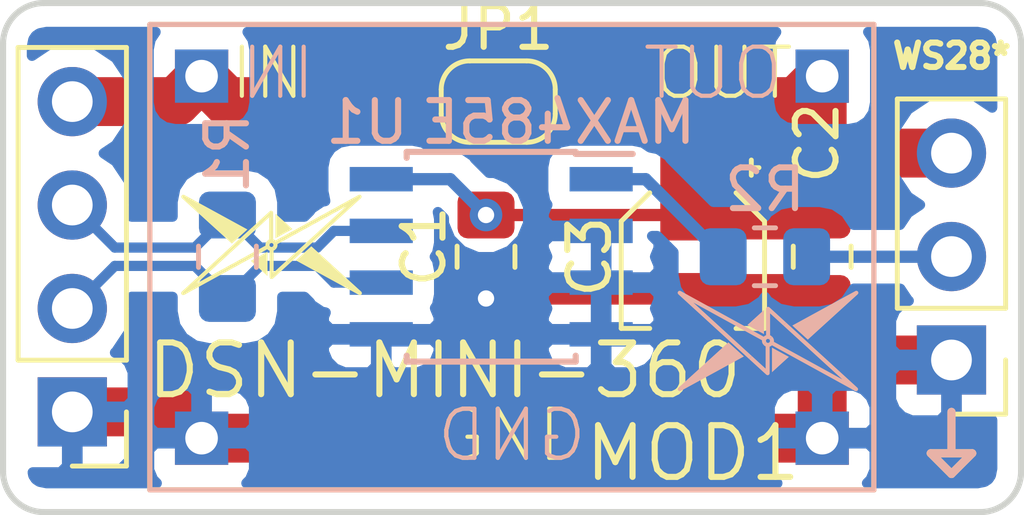
<source format=kicad_pcb>
(kicad_pcb (version 20171130) (host pcbnew 5.0.0)

  (general
    (thickness 1.6)
    (drawings 17)
    (tracks 52)
    (zones 0)
    (modules 12)
    (nets 8)
  )

  (page A4)
  (layers
    (0 F.Cu signal hide)
    (31 B.Cu signal)
    (32 B.Adhes user hide)
    (33 F.Adhes user hide)
    (34 B.Paste user)
    (35 F.Paste user hide)
    (36 B.SilkS user)
    (37 F.SilkS user hide)
    (38 B.Mask user)
    (39 F.Mask user hide)
    (40 Dwgs.User user hide)
    (41 Cmts.User user hide)
    (42 Eco1.User user hide)
    (43 Eco2.User user hide)
    (44 Edge.Cuts user)
    (45 Margin user hide)
    (46 B.CrtYd user)
    (47 F.CrtYd user hide)
    (48 B.Fab user)
    (49 F.Fab user hide)
  )

  (setup
    (last_trace_width 0.25)
    (user_trace_width 0.3)
    (user_trace_width 0.8)
    (user_trace_width 1.2)
    (trace_clearance 0.2)
    (zone_clearance 0.508)
    (zone_45_only no)
    (trace_min 0.2)
    (segment_width 0.2)
    (edge_width 0.15)
    (via_size 0.8)
    (via_drill 0.4)
    (via_min_size 0.4)
    (via_min_drill 0.3)
    (uvia_size 0.3)
    (uvia_drill 0.1)
    (uvias_allowed no)
    (uvia_min_size 0.2)
    (uvia_min_drill 0.1)
    (pcb_text_width 0.3)
    (pcb_text_size 1.5 1.5)
    (mod_edge_width 0.15)
    (mod_text_size 1 1)
    (mod_text_width 0.15)
    (pad_size 1.524 1.524)
    (pad_drill 0.762)
    (pad_to_mask_clearance 0.2)
    (aux_axis_origin 0 0)
    (visible_elements FFFFFF7F)
    (pcbplotparams
      (layerselection 0x010fc_ffffffff)
      (usegerberextensions false)
      (usegerberattributes true)
      (usegerberadvancedattributes false)
      (creategerberjobfile false)
      (excludeedgelayer true)
      (linewidth 0.100000)
      (plotframeref false)
      (viasonmask false)
      (mode 1)
      (useauxorigin false)
      (hpglpennumber 1)
      (hpglpenspeed 20)
      (hpglpendiameter 15.000000)
      (psnegative false)
      (psa4output false)
      (plotreference true)
      (plotvalue true)
      (plotinvisibletext false)
      (padsonsilk false)
      (subtractmaskfromsilk false)
      (outputformat 1)
      (mirror false)
      (drillshape 0)
      (scaleselection 1)
      (outputdirectory "/home/wiebel/Workspace/CANNode/Hardware/kicad/DiffWS2811/gerber/"))
  )

  (net 0 "")
  (net 1 "Net-(R2-Pad2)")
  (net 2 "Net-(J2-Pad2)")
  (net 3 GND)
  (net 4 VCC)
  (net 5 -VSW)
  (net 6 /D+)
  (net 7 /D-)

  (net_class Default "This is the default net class."
    (clearance 0.2)
    (trace_width 0.25)
    (via_dia 0.8)
    (via_drill 0.4)
    (uvia_dia 0.3)
    (uvia_drill 0.1)
    (add_net -VSW)
    (add_net /D+)
    (add_net /D-)
    (add_net GND)
    (add_net "Net-(J2-Pad2)")
    (add_net "Net-(R2-Pad2)")
    (add_net VCC)
  )

  (module own:LOGO_MID (layer B.Cu) (tedit 0) (tstamp 5C046680)
    (at 159.004 65.532 180)
    (fp_text reference "" (at 0 0 180) (layer B.SilkS)
      (effects (font (size 1.27 1.27) (thickness 0.15)) (justify mirror))
    )
    (fp_text value "" (at 0 0 180) (layer B.SilkS)
      (effects (font (size 1.27 1.27) (thickness 0.15)) (justify mirror))
    )
    (fp_poly (pts (xy 0.049153 2.466359) (xy 0.029946 2.462459) (xy 0.013781 2.451281) (xy 0.003256 2.434781)
      (xy 0 2.415481) (xy 0.004556 2.396381) (xy 0.016168 2.38064) (xy 0.032443 2.365659)
      (xy 0.065212 2.33604) (xy 0.081487 2.321181) (xy 0.097871 2.306318) (xy 0.11415 2.291459)
      (xy 0.130534 2.2767) (xy 0.146809 2.261818) (xy 0.163193 2.246959) (xy 0.195746 2.21724)
      (xy 0.212131 2.202481) (xy 0.228515 2.1876) (xy 0.24479 2.17274) (xy 0.261175 2.157881)
      (xy 0.277453 2.143018) (xy 0.293837 2.12814) (xy 0.310112 2.113281) (xy 0.326496 2.0983)
      (xy 0.342771 2.083659) (xy 0.359159 2.0688) (xy 0.375434 2.053918) (xy 0.391818 2.039059)
      (xy 0.408093 2.0242) (xy 0.424481 2.00944) (xy 0.440756 1.994575) (xy 0.473525 1.964843)
      (xy 0.4898 1.949978) (xy 0.506187 1.935112) (xy 0.522462 1.920246) (xy 0.538843 1.905384)
      (xy 0.555121 1.890625) (xy 0.571506 1.875759) (xy 0.587784 1.860893) (xy 0.604165 1.846028)
      (xy 0.62044 1.831162) (xy 0.636828 1.816296) (xy 0.653103 1.80154) (xy 0.669487 1.786675)
      (xy 0.685762 1.771812) (xy 0.702146 1.756837) (xy 0.718425 1.742078) (xy 0.751193 1.712346)
      (xy 0.767468 1.697484) (xy 0.783856 1.682615) (xy 0.800131 1.667753) (xy 0.816512 1.652993)
      (xy 0.83279 1.638131) (xy 0.849175 1.623262) (xy 0.865453 1.608396) (xy 0.881837 1.593534)
      (xy 0.898112 1.578665) (xy 0.914496 1.563912) (xy 0.930771 1.549043) (xy 0.947159 1.534181)
      (xy 0.963434 1.519312) (xy 0.979815 1.504559) (xy 0.996093 1.48969) (xy 1.028862 1.459962)
      (xy 1.045137 1.445093) (xy 1.061521 1.430231) (xy 1.0778 1.415362) (xy 1.094184 1.40039)
      (xy 1.110462 1.385634) (xy 1.143231 1.355903) (xy 1.159506 1.341146) (xy 1.175887 1.326281)
      (xy 1.192165 1.311412) (xy 1.20855 1.29655) (xy 1.219509 1.286459) (xy 1.230468 1.276475)
      (xy 1.241537 1.266384) (xy 1.252493 1.276475) (xy 1.263456 1.286459) (xy 1.274521 1.29655)
      (xy 1.290146 1.310762) (xy 1.305662 1.324978) (xy 1.415037 1.424481) (xy 1.430771 1.438587)
      (xy 1.446396 1.452909) (xy 1.461912 1.467121) (xy 1.493162 1.49555) (xy 1.508896 1.509875)
      (xy 1.524521 1.524087) (xy 1.540037 1.538303) (xy 1.555771 1.552515) (xy 1.571396 1.566731)
      (xy 1.58409 1.57834) (xy 1.596896 1.589953) (xy 1.60959 1.601562) (xy 1.622396 1.613281)
      (xy 1.592231 1.629775) (xy 1.577037 1.638021) (xy 1.561959 1.646265) (xy 1.523328 1.667315)
      (xy 1.504012 1.677953) (xy 1.48459 1.688478) (xy 1.465278 1.699003) (xy 1.42665 1.720162)
      (xy 1.407228 1.730793) (xy 1.387912 1.741318) (xy 1.368596 1.751953) (xy 1.349284 1.762478)
      (xy 1.329862 1.773003) (xy 1.310546 1.783637) (xy 1.291234 1.794162) (xy 1.271918 1.804796)
      (xy 1.252606 1.815321) (xy 1.233181 1.825846) (xy 1.213865 1.836481) (xy 1.194553 1.847006)
      (xy 1.175237 1.857531) (xy 1.136612 1.878687) (xy 1.117187 1.889321) (xy 1.097871 1.899846)
      (xy 1.078559 1.910481) (xy 1.059137 1.921009) (xy 1.039821 1.931534) (xy 1.020509 1.942059)
      (xy 1.001193 1.95269) (xy 0.981881 1.963325) (xy 0.962456 1.97385) (xy 0.94314 1.984375)
      (xy 0.923828 1.995009) (xy 0.904512 2.00554) (xy 0.8852 2.016159) (xy 0.865778 2.0267)
      (xy 0.846462 2.037218) (xy 0.827146 2.047859) (xy 0.807834 2.058381) (xy 0.788412 2.069018)
      (xy 0.749784 2.090059) (xy 0.730468 2.100581) (xy 0.711046 2.111218) (xy 0.691731 2.121859)
      (xy 0.672415 2.132381) (xy 0.652993 2.143018) (xy 0.633681 2.15354) (xy 0.614365 2.164181)
      (xy 0.595053 2.1747) (xy 0.575631 2.185118) (xy 0.556312 2.195859) (xy 0.537 2.206381)
      (xy 0.517578 2.217018) (xy 0.498262 2.22754) (xy 0.47895 2.238181) (xy 0.459637 2.2487)
      (xy 0.440212 2.259218) (xy 0.420896 2.269859) (xy 0.401584 2.280381) (xy 0.382268 2.291018)
      (xy 0.362846 2.30154) (xy 0.343534 2.312059) (xy 0.324218 2.3227) (xy 0.304906 2.333218)
      (xy 0.28559 2.343859) (xy 0.266168 2.354381) (xy 0.246853 2.365018) (xy 0.227431 2.37554)
      (xy 0.208115 2.386181) (xy 0.169487 2.407218) (xy 0.150065 2.417759) (xy 0.13075 2.428381)
      (xy 0.111437 2.439018) (xy 0.092121 2.44954) (xy 0.0727 2.460059) (xy 0.061306 2.46474)) (layer B.SilkS) (width 0))
    (fp_poly (pts (xy 1.772787 1.683918) (xy 1.756512 1.669162) (xy 1.740125 1.654187) (xy 1.72385 1.639321)
      (xy 1.707465 1.62435) (xy 1.691187 1.609375) (xy 1.674806 1.594509) (xy 1.658418 1.579537)
      (xy 1.642143 1.564562) (xy 1.625759 1.549696) (xy 1.609375 1.534612) (xy 1.5931 1.519746)
      (xy 1.576712 1.504884) (xy 1.560331 1.489909) (xy 1.544053 1.474937) (xy 1.527668 1.459962)
      (xy 1.511393 1.445093) (xy 1.495009 1.430121) (xy 1.478625 1.415256) (xy 1.462346 1.400284)
      (xy 1.429578 1.370334) (xy 1.413303 1.355468) (xy 1.380534 1.325521) (xy 1.364259 1.310656)
      (xy 1.347871 1.295681) (xy 1.331596 1.280709) (xy 1.315212 1.26584) (xy 1.298828 1.250868)
      (xy 1.282553 1.235893) (xy 1.266165 1.221028) (xy 1.249784 1.205946) (xy 1.233509 1.191187)
      (xy 1.217121 1.176215) (xy 1.200846 1.16124) (xy 1.184462 1.146375) (xy 1.168078 1.131403)
      (xy 1.1518 1.116428) (xy 1.135415 1.101562) (xy 1.11914 1.086587) (xy 1.102756 1.071721)
      (xy 1.086481 1.05664) (xy 1.070093 1.041775) (xy 1.053712 1.026912) (xy 1.037437 1.011937)
      (xy 1.02105 0.996962) (xy 1.004775 0.982096) (xy 0.972006 0.952146) (xy 0.955731 0.937284)
      (xy 0.939343 0.922309) (xy 0.923068 0.907337) (xy 0.906684 0.892468) (xy 0.8903 0.877493)
      (xy 0.874021 0.862521) (xy 0.857637 0.847656) (xy 0.841256 0.832684) (xy 0.824978 0.817709)
      (xy 0.808593 0.80284) (xy 0.792315 0.787868) (xy 0.775934 0.772893) (xy 0.75955 0.758031)
      (xy 0.743271 0.742946) (xy 0.726887 0.728081) (xy 0.710612 0.713215) (xy 0.67784 0.683268)
      (xy 0.661565 0.668403) (xy 0.628796 0.638456) (xy 0.612521 0.623587) (xy 0.579753 0.59364)
      (xy 0.563478 0.578775) (xy 0.530709 0.548828) (xy 0.514431 0.533962) (xy 0.498046 0.518987)
      (xy 0.481771 0.504012) (xy 0.465387 0.48915) (xy 0.449003 0.474175) (xy 0.432725 0.459203)
      (xy 0.41634 0.444228) (xy 0.400062 0.429362) (xy 0.383681 0.414281) (xy 0.367296 0.399521)
      (xy 0.351018 0.38455) (xy 0.334637 0.369575) (xy 0.31825 0.354709) (xy 0.301975 0.339737)
      (xy 0.28559 0.324762) (xy 0.269206 0.309896) (xy 0.252931 0.294921) (xy 0.220159 0.264975)
      (xy 0.203884 0.250109) (xy 0.1875 0.235134) (xy 0.171225 0.220159) (xy 0.154837 0.205296)
      (xy 0.138456 0.190321) (xy 0.122178 0.175456) (xy 0.105793 0.160481) (xy 0.089518 0.145509)
      (xy 0.073134 0.13064) (xy 0.056859 0.115668) (xy 0.040471 0.100587) (xy 0.024087 0.085828)
      (xy 0.013237 0.071615) (xy 0.008246 0.054471) (xy 0.00955 0.036675) (xy 0.017143 0.020509)
      (xy 0.030056 0.008031) (xy 0.04644 0.001084) (xy 0.064237 0.000543) (xy 0.081056 0.006293)
      (xy 0.100478 0.016928) (xy 0.1199 0.027668) (xy 0.139321 0.038303) (xy 0.158853 0.049043)
      (xy 0.1977 0.070312) (xy 0.217121 0.080946) (xy 0.255968 0.102321) (xy 0.27539 0.113062)
      (xy 0.294812 0.123696) (xy 0.314237 0.13444) (xy 0.353081 0.155709) (xy 0.372506 0.16645)
      (xy 0.391928 0.176975) (xy 0.411459 0.187715) (xy 0.430881 0.198459) (xy 0.450303 0.20909)
      (xy 0.469728 0.219837) (xy 0.48915 0.230468) (xy 0.508571 0.241209) (xy 0.547415 0.262478)
      (xy 0.56684 0.273218) (xy 0.586371 0.283856) (xy 0.605687 0.294487) (xy 0.625109 0.305231)
      (xy 0.644637 0.315862) (xy 0.664062 0.326496) (xy 0.683487 0.337237) (xy 0.722331 0.358509)
      (xy 0.741753 0.36914) (xy 0.761175 0.379884) (xy 0.7806 0.390625) (xy 0.838865 0.422525)
      (xy 0.858287 0.433268) (xy 0.877712 0.443903) (xy 0.897137 0.454643) (xy 0.935981 0.475912)
      (xy 0.955403 0.486653) (xy 0.99425 0.507921) (xy 1.013671 0.518662) (xy 1.033203 0.529296)
      (xy 1.052625 0.540037) (xy 1.091471 0.561306) (xy 1.110893 0.57205) (xy 1.149737 0.593315)
      (xy 1.169162 0.604059) (xy 1.188587 0.61469) (xy 1.208009 0.625434) (xy 1.246853 0.646703)
      (xy 1.266275 0.657337) (xy 1.285809 0.668078) (xy 1.305121 0.678712) (xy 1.324543 0.689453)
      (xy 1.344075 0.700087) (xy 1.363496 0.710828) (xy 1.402343 0.732096) (xy 1.421765 0.742837)
      (xy 1.460612 0.764106) (xy 1.480037 0.774846) (xy 1.518881 0.796115) (xy 1.538303 0.806859)
      (xy 1.557725 0.81749) (xy 1.577146 0.828234) (xy 1.596571 0.838865) (xy 1.616103 0.8495)
      (xy 1.635525 0.860243) (xy 1.654946 0.870878) (xy 1.674368 0.881618) (xy 1.713215 0.902887)
      (xy 1.732637 0.913628) (xy 1.752168 0.924262) (xy 1.77159 0.935006) (xy 1.810437 0.956271)
      (xy 1.829862 0.967012) (xy 1.849284 0.977646) (xy 1.868706 0.988387) (xy 1.907553 1.009659)
      (xy 1.926975 1.0204) (xy 1.946396 1.031034) (xy 1.965928 1.041559) (xy 1.985353 1.052409)
      (xy 2.004781 1.06304) (xy 2.0242 1.073787) (xy 2.06304 1.095053) (xy 2.082459 1.105793)
      (xy 2.101881 1.116428) (xy 2.121318 1.127168) (xy 2.13434 1.116537) (xy 2.148318 1.107531)
      (xy 2.1633 1.100153) (xy 2.17904 1.094509) (xy 2.17904 0.442709) (xy 2.182618 0.424043)
      (xy 2.192918 0.408093) (xy 2.20854 0.397243) (xy 2.226881 0.393118) (xy 2.24554 0.396265)
      (xy 2.261618 0.40614) (xy 2.277881 0.421115) (xy 2.294159 0.436087) (xy 2.31044 0.450956)
      (xy 2.326818 0.465818) (xy 2.359381 0.49555) (xy 2.37564 0.510525) (xy 2.440759 0.569987)
      (xy 2.45704 0.584962) (xy 2.489581 0.61469) (xy 2.505959 0.629559) (xy 2.538518 0.659287)
      (xy 2.5548 0.674262) (xy 2.6199 0.733725) (xy 2.636181 0.748696) (xy 2.652459 0.763562)
      (xy 2.66884 0.778428) (xy 2.685118 0.793293) (xy 2.6709 0.807184) (xy 2.656681 0.820962)
      (xy 2.642581 0.834853) (xy 2.628359 0.84874) (xy 2.614259 0.862521) (xy 2.566081 0.818578)
      (xy 2.55014 0.803928) (xy 2.501959 0.759984) (xy 2.486 0.745334) (xy 2.453881 0.716037)
      (xy 2.43794 0.701281) (xy 2.3737 0.642793) (xy 2.35774 0.628146) (xy 2.32564 0.59885)
      (xy 2.309681 0.584203) (xy 2.277559 0.554906) (xy 2.277559 1.100043) (xy 2.2971 1.110568)
      (xy 2.314559 1.124134) (xy 2.330081 1.139975) (xy 2.28744 1.18164) (xy 2.273118 1.195531)
      (xy 2.2589 1.209418) (xy 2.2487 1.19759) (xy 2.235559 1.189343) (xy 2.220259 1.186521)
      (xy 2.201381 1.190106) (xy 2.185218 1.200737) (xy 2.174581 1.216906) (xy 2.171 1.235787)
      (xy 2.173718 1.250759) (xy 2.18154 1.263781) (xy 2.192918 1.273871) (xy 2.1786 1.287868)
      (xy 2.150181 1.315646) (xy 2.135859 1.329537) (xy 2.12164 1.343534) (xy 2.10764 1.328884)
      (xy 2.0956 1.31239) (xy 2.085818 1.294812) (xy 2.078559 1.275825) (xy 2.074218 1.256078)
      (xy 2.0727 1.235787) (xy 2.07314 1.2245) (xy 2.07444 1.213215) (xy 2.05524 1.20269)
      (xy 1.997287 1.170787) (xy 1.977971 1.160262) (xy 1.939343 1.138996) (xy 1.919921 1.128362)
      (xy 1.900715 1.117731) (xy 1.881293 1.107206) (xy 1.82335 1.075303) (xy 1.804037 1.064778)
      (xy 1.784831 1.054143) (xy 1.746203 1.032878) (xy 1.726887 1.022353) (xy 1.688259 1.001087)
      (xy 1.668943 0.990562) (xy 1.611003 0.958659) (xy 1.591687 0.948134) (xy 1.533743 0.916234)
      (xy 1.514431 0.905709) (xy 1.456487 0.873806) (xy 1.437175 0.863281) (xy 1.359915 0.820746)
      (xy 1.340603 0.810112) (xy 1.301975 0.788953) (xy 1.282662 0.778428) (xy 1.244034 0.757162)
      (xy 1.224828 0.746637) (xy 1.186196 0.725368) (xy 1.166884 0.714843) (xy 1.10894 0.68294)
      (xy 1.089628 0.672415) (xy 1.070421 0.661784) (xy 1.051106 0.65115) (xy 1.03179 0.640625)
      (xy 0.97385 0.608725) (xy 0.954537 0.5982) (xy 0.89659 0.566296) (xy 0.877278 0.555771)
      (xy 0.819337 0.523871) (xy 0.800021 0.513346) (xy 0.742078 0.481443) (xy 0.722762 0.470918)
      (xy 0.684137 0.449653) (xy 0.664821 0.439128) (xy 0.645615 0.428493) (xy 0.626303 0.417753)
      (xy 0.606987 0.407337) (xy 0.549043 0.375434) (xy 0.529731 0.364909) (xy 0.491103 0.34364)
      (xy 0.471896 0.333115) (xy 0.433268 0.31185) (xy 0.413953 0.301325) (xy 0.394637 0.290687)
      (xy 0.492296 0.379884) (xy 0.508571 0.394856) (xy 0.541125 0.424587) (xy 0.557509 0.439453)
      (xy 0.573787 0.454318) (xy 0.590062 0.46929) (xy 0.67144 0.543618) (xy 0.687715 0.558593)
      (xy 0.752821 0.617946) (xy 0.769206 0.632921) (xy 0.785481 0.647787) (xy 0.801759 0.662762)
      (xy 0.899412 0.751953) (xy 0.915687 0.766928) (xy 0.931965 0.78179) (xy 0.94835 0.796659)
      (xy 0.964628 0.811521) (xy 0.980793 0.826281) (xy 0.997178 0.841256) (xy 1.046009 0.88585)
      (xy 1.062284 0.900825) (xy 1.176215 1.004884) (xy 1.19249 1.019856) (xy 1.208765 1.034612)
      (xy 1.225043 1.049587) (xy 1.257593 1.079318) (xy 1.273981 1.094184) (xy 1.306534 1.123912)
      (xy 1.322809 1.138781) (xy 1.453015 1.257812) (xy 1.46929 1.272787) (xy 1.583225 1.376843)
      (xy 1.5995 1.391818) (xy 1.615778 1.406684) (xy 1.632162 1.42155) (xy 1.762368 1.540471)
      (xy 1.778646 1.555446) (xy 1.84375 1.614909) (xy 1.829537 1.628687) (xy 1.815321 1.642578)
      (xy 1.801215 1.656359) (xy 1.787 1.670246)) (layer B.SilkS) (width 0))
    (fp_poly (pts (xy 2.122059 1.070531) (xy 2.049159 1.0306) (xy 2.030381 1.02029) (xy 2.0115 1.01009)
      (xy 1.992731 0.999784) (xy 1.973959 0.989475) (xy 1.955187 0.979275) (xy 1.936306 0.969075)
      (xy 1.917537 0.958765) (xy 1.898762 0.948565) (xy 1.87999 0.938259) (xy 1.861112 0.928062)
      (xy 1.842337 0.917753) (xy 1.823565 0.907553) (xy 1.804796 0.897243) (xy 1.786025 0.887043)
      (xy 1.767143 0.876737) (xy 1.752062 0.868487) (xy 1.736762 0.860243) (xy 1.706381 0.84364)
      (xy 1.71929 0.832137) (xy 1.732096 0.820531) (xy 1.745009 0.808918) (xy 1.757812 0.797309)
      (xy 1.773437 0.782987) (xy 1.789171 0.768771) (xy 1.804796 0.75445) (xy 1.820421 0.740234)
      (xy 1.836156 0.726018) (xy 1.851781 0.711696) (xy 1.867406 0.697484) (xy 1.883137 0.683268)
      (xy 1.898762 0.668943) (xy 1.914387 0.654731) (xy 1.930121 0.640515) (xy 1.945746 0.626087)
      (xy 1.961481 0.611981) (xy 1.977106 0.597656) (xy 1.992731 0.58344) (xy 2.008459 0.569118)
      (xy 2.039718 0.540687) (xy 2.0535 0.528103) (xy 2.067159 0.515625) (xy 2.08094 0.503146)
      (xy 2.108281 0.478187) (xy 2.122059 0.465712)) (layer B.SilkS) (width 0))
    (fp_poly (pts (xy 1.772787 1.683918) (xy 1.787 1.670246) (xy 1.801215 1.656359) (xy 1.815321 1.642578)
      (xy 1.829537 1.628687) (xy 1.84375 1.614909) (xy 1.859915 1.629559) (xy 1.876193 1.644531)
      (xy 1.892362 1.659287) (xy 1.908528 1.674153) (xy 1.924806 1.689018) (xy 1.940971 1.703775)
      (xy 1.957246 1.71864) (xy 1.973415 1.733396) (xy 1.989584 1.748262) (xy 2.005859 1.763021)
      (xy 2.022018 1.777887) (xy 2.0382 1.792643) (xy 2.054459 1.807509) (xy 2.07064 1.822265)
      (xy 2.0868 1.837131) (xy 2.103081 1.851781) (xy 2.11924 1.866753) (xy 2.135418 1.881512)
      (xy 2.1517 1.896375) (xy 2.167859 1.911134) (xy 2.167859 1.373696) (xy 2.15114 1.365668)
      (xy 2.135859 1.355253) (xy 2.12164 1.343534) (xy 2.135859 1.329537) (xy 2.150181 1.315646)
      (xy 2.1786 1.287868) (xy 2.192918 1.273871) (xy 2.20574 1.28179) (xy 2.220259 1.285156)
      (xy 2.239259 1.281465) (xy 2.255318 1.270725) (xy 2.265959 1.254775) (xy 2.26964 1.235787)
      (xy 2.266281 1.221896) (xy 2.2589 1.209418) (xy 2.273118 1.195531) (xy 2.28744 1.18164)
      (xy 2.330081 1.139975) (xy 2.343 1.156575) (xy 2.353518 1.174696) (xy 2.36144 1.194337)
      (xy 2.366218 1.214843) (xy 2.36784 1.235787) (xy 2.367181 1.250759) (xy 2.3865 1.261393)
      (xy 2.405918 1.271918) (xy 2.42524 1.282662) (xy 2.444659 1.293293) (xy 2.483281 1.314562)
      (xy 2.52214 1.335828) (xy 2.560759 1.357096) (xy 2.580181 1.367731) (xy 2.5995 1.378362)
      (xy 2.618918 1.388996) (xy 2.657559 1.410262) (xy 2.676981 1.420896) (xy 2.696281 1.431534)
      (xy 2.715718 1.442059) (xy 2.75434 1.463434) (xy 2.773759 1.474065) (xy 2.812381 1.495334)
      (xy 2.8318 1.505965) (xy 2.85114 1.516603) (xy 2.870559 1.527237) (xy 2.889859 1.537868)
      (xy 2.909281 1.548503) (xy 2.928618 1.559137) (xy 2.948018 1.569768) (xy 2.96734 1.580403)
      (xy 2.986759 1.591037) (xy 3.025381 1.612196) (xy 3.0448 1.622937) (xy 3.06414 1.633571)
      (xy 3.083559 1.644206) (xy 3.122159 1.665471) (xy 3.141618 1.676106) (xy 3.160918 1.68674)
      (xy 3.18034 1.697375) (xy 3.218981 1.71864) (xy 3.238381 1.729275) (xy 3.277018 1.75054)
      (xy 3.29644 1.761175) (xy 3.335081 1.782337) (xy 3.3545 1.792968) (xy 3.41244 1.824868)
      (xy 3.431859 1.835503) (xy 3.451159 1.846137) (xy 3.470581 1.856771) (xy 3.489918 1.867406)
      (xy 3.50934 1.878037) (xy 3.547981 1.899196) (xy 3.5868 1.920571) (xy 3.62544 1.94184)
      (xy 3.644859 1.952475) (xy 3.683481 1.97374) (xy 3.702918 1.984375) (xy 3.722218 1.995009)
      (xy 3.74164 2.00564) (xy 3.799581 2.03754) (xy 3.819 2.048181) (xy 3.85764 2.06934)
      (xy 3.877059 2.080081) (xy 3.9157 2.10134) (xy 3.935118 2.111981) (xy 3.97374 2.13324)
      (xy 3.993159 2.143881) (xy 4.012481 2.154518) (xy 4.031881 2.16514) (xy 4.051218 2.175781)
      (xy 4.03494 2.1608) (xy 4.018559 2.14594) (xy 4.002281 2.130959) (xy 3.985881 2.1161)
      (xy 3.969618 2.101118) (xy 3.953218 2.086159) (xy 3.936859 2.071281) (xy 3.920581 2.056318)
      (xy 3.9042 2.041459) (xy 3.887918 2.026481) (xy 3.871518 2.0115) (xy 3.855259 1.996637)
      (xy 3.838859 1.981662) (xy 3.822581 1.966796) (xy 3.8062 1.951821) (xy 3.78994 1.936959)
      (xy 3.757159 1.907009) (xy 3.740881 1.892143) (xy 3.7245 1.877168) (xy 3.708218 1.862196)
      (xy 3.69184 1.847331) (xy 3.675559 1.832465) (xy 3.659281 1.81749) (xy 3.642918 1.802625)
      (xy 3.626518 1.787653) (xy 3.61024 1.772787) (xy 3.593981 1.757812) (xy 3.577581 1.742946)
      (xy 3.5613 1.727971) (xy 3.544918 1.713109) (xy 3.52864 1.698134) (xy 3.512259 1.683268)
      (xy 3.495981 1.668293) (xy 3.479618 1.653428) (xy 3.46334 1.638456) (xy 3.44694 1.623587)
      (xy 3.430659 1.608615) (xy 3.414281 1.59364) (xy 3.398 1.578775) (xy 3.381718 1.563912)
      (xy 3.36534 1.548937) (xy 3.348981 1.534071) (xy 3.3327 1.519096) (xy 3.3163 1.504121)
      (xy 3.300018 1.489259) (xy 3.28364 1.474284) (xy 3.267359 1.459418) (xy 3.250981 1.444337)
      (xy 3.2347 1.429578) (xy 3.2183 1.414606) (xy 3.202018 1.399737) (xy 3.185659 1.384765)
      (xy 3.169381 1.3699) (xy 3.153 1.354925) (xy 3.136718 1.339953) (xy 3.12034 1.325087)
      (xy 3.104059 1.310112) (xy 3.087659 1.295246) (xy 3.071381 1.280271) (xy 3.055 1.265409)
      (xy 3.03874 1.250434) (xy 3.022481 1.235568) (xy 3.006081 1.220593) (xy 2.9898 1.205731)
      (xy 2.973418 1.190756) (xy 2.95714 1.175887) (xy 2.94074 1.160809) (xy 2.924481 1.14605)
      (xy 2.908081 1.131187) (xy 2.8918 1.116212) (xy 2.875559 1.101343) (xy 2.859159 1.086371)
      (xy 2.842881 1.071506) (xy 2.8265 1.056534) (xy 2.810218 1.041559) (xy 2.79384 1.02669)
      (xy 2.777559 1.011828) (xy 2.761281 0.996853) (xy 2.7449 0.981987) (xy 2.728618 0.967012)
      (xy 2.71224 0.952146) (xy 2.695959 0.937175) (xy 2.679581 0.922309) (xy 2.6632 0.907337)
      (xy 2.646918 0.892253) (xy 2.63054 0.877493) (xy 2.614259 0.862521) (xy 2.628359 0.84874)
      (xy 2.642581 0.834853) (xy 2.656681 0.820962) (xy 2.6709 0.807184) (xy 2.685118 0.793293)
      (xy 2.783418 0.883031) (xy 2.7998 0.898218) (xy 2.8162 0.913087) (xy 2.832581 0.928062)
      (xy 2.86534 0.958009) (xy 2.881718 0.97309) (xy 2.898118 0.987956) (xy 2.9145 1.002931)
      (xy 2.930781 1.017903) (xy 3.192918 1.257487) (xy 3.2093 1.272568) (xy 3.2258 1.287543)
      (xy 3.27494 1.332465) (xy 3.291218 1.347437) (xy 3.307618 1.362196) (xy 3.602518 1.631837)
      (xy 3.6188 1.646812) (xy 3.6353 1.661784) (xy 3.668081 1.691731) (xy 3.684359 1.706706)
      (xy 3.70084 1.721681) (xy 3.717218 1.736653) (xy 3.7335 1.751628) (xy 3.766281 1.781575)
      (xy 3.782781 1.79655) (xy 3.799159 1.811521) (xy 3.815418 1.826496) (xy 3.831918 1.841362)
      (xy 3.8482 1.856443) (xy 3.8647 1.871418) (xy 3.881081 1.886393) (xy 3.897359 1.901365)
      (xy 3.913759 1.91634) (xy 3.930218 1.931312) (xy 3.995781 1.991212) (xy 4.012059 2.006181)
      (xy 4.028418 2.021159) (xy 4.044918 2.03614) (xy 4.0612 2.0511) (xy 4.356118 2.32054)
      (xy 4.3725 2.335718) (xy 4.421659 2.38064) (xy 4.433481 2.396381) (xy 4.43814 2.415359)
      (xy 4.434881 2.434781) (xy 4.424159 2.451281) (xy 4.407781 2.462559) (xy 4.38834 2.466359)
      (xy 4.3762 2.46474) (xy 4.3648 2.460059) (xy 4.32594 2.4388) (xy 4.306518 2.428059)
      (xy 4.287 2.417418) (xy 4.267581 2.4068) (xy 4.248159 2.39604) (xy 4.228718 2.3853)
      (xy 4.2093 2.374681) (xy 4.170481 2.3534) (xy 4.151059 2.342659) (xy 4.1122 2.3214)
      (xy 4.092781 2.310659) (xy 4.073359 2.300018) (xy 4.053918 2.289281) (xy 4.0345 2.27864)
      (xy 4.015081 2.2679) (xy 3.995559 2.257259) (xy 3.97614 2.24664) (xy 3.9567 2.2359)
      (xy 3.937281 2.225259) (xy 3.917859 2.214518) (xy 3.879018 2.193259) (xy 3.859581 2.1825)
      (xy 3.82074 2.16124) (xy 3.80134 2.1504) (xy 3.762481 2.12924) (xy 3.743059 2.118481)
      (xy 3.704218 2.097118) (xy 3.684781 2.086481) (xy 3.64594 2.065218) (xy 3.626518 2.054459)
      (xy 3.607081 2.04384) (xy 3.587659 2.0331) (xy 3.54884 2.011818) (xy 3.529418 2.001081)
      (xy 3.490559 1.979815) (xy 3.47114 1.969075) (xy 3.4323 1.947809) (xy 3.412859 1.937065)
      (xy 3.39344 1.926434) (xy 3.374018 1.915687) (xy 3.335159 1.894421) (xy 3.31574 1.883681)
      (xy 3.296218 1.873046) (xy 3.276918 1.862412) (xy 3.257381 1.851671) (xy 3.23794 1.841037)
      (xy 3.218518 1.830293) (xy 3.1797 1.808918) (xy 3.160281 1.798287) (xy 3.121418 1.777018)
      (xy 3.102 1.766275) (xy 3.082581 1.75564) (xy 3.06314 1.7449) (xy 3.0243 1.723634)
      (xy 3.004881 1.71289) (xy 2.966018 1.691621) (xy 2.946618 1.680881) (xy 2.907781 1.659612)
      (xy 2.88834 1.648871) (xy 2.868918 1.638237) (xy 2.8495 1.627493) (xy 2.830081 1.616862)
      (xy 2.810559 1.606228) (xy 2.791118 1.595487) (xy 2.7717 1.584853) (xy 2.752281 1.574003)
      (xy 2.71344 1.55284) (xy 2.694018 1.5421) (xy 2.674581 1.531465) (xy 2.655159 1.520725)
      (xy 2.63574 1.51009) (xy 2.616218 1.49935) (xy 2.577359 1.478081) (xy 2.55794 1.467337)
      (xy 2.5191 1.446071) (xy 2.499781 1.435331) (xy 2.480259 1.424696) (xy 2.460818 1.414062)
      (xy 2.4414 1.403318) (xy 2.421981 1.392687) (xy 2.402559 1.381837) (xy 2.363718 1.360678)
      (xy 2.3443 1.349937) (xy 2.324859 1.3393) (xy 2.311959 1.350912) (xy 2.297859 1.360893)
      (xy 2.282559 1.36914) (xy 2.2665 1.375759) (xy 2.2665 2.023318) (xy 2.263018 2.041881)
      (xy 2.252818 2.057718) (xy 2.2373 2.068459) (xy 2.218859 2.0727) (xy 2.200081 2.069659)
      (xy 2.183818 2.059781) (xy 2.168081 2.045359) (xy 2.15224 2.030918) (xy 2.1364 2.016381)
      (xy 2.120659 2.001959) (xy 2.088981 1.97309) (xy 2.07324 1.958659) (xy 2.0574 1.944228)
      (xy 2.041559 1.929687) (xy 2.025718 1.915256) (xy 2.009981 1.900825) (xy 1.9783 1.871962)
      (xy 1.962562 1.857421) (xy 1.930881 1.828559) (xy 1.915146 1.814128) (xy 1.883462 1.785262)
      (xy 1.867621 1.770725) (xy 1.851887 1.756293) (xy 1.836046 1.741862) (xy 1.820312 1.727431)
      (xy 1.804468 1.71289) (xy 1.788628 1.698459)) (layer B.SilkS) (width 0))
    (fp_poly (pts (xy 2.318581 1.995225) (xy 2.318581 1.4018) (xy 2.3915 1.441731) (xy 2.428159 1.461696)
      (xy 2.4464 1.471681) (xy 2.501418 1.501628) (xy 2.51964 1.511503) (xy 2.537981 1.521484)
      (xy 2.574659 1.54145) (xy 2.592881 1.551434) (xy 2.629559 1.571396) (xy 2.647781 1.581381)
      (xy 2.666118 1.591362) (xy 2.726881 1.62435) (xy 2.714081 1.635959) (xy 2.701181 1.647568)
      (xy 2.688359 1.659287) (xy 2.675559 1.670896) (xy 2.64324 1.700193) (xy 2.627059 1.714953)
      (xy 2.6109 1.7296) (xy 2.594718 1.744359) (xy 2.5624 1.773656) (xy 2.54634 1.788303)
      (xy 2.530159 1.803062) (xy 2.49784 1.832356) (xy 2.481659 1.847112) (xy 2.4655 1.861762)
      (xy 2.449318 1.876518) (xy 2.417 1.905815) (xy 2.400818 1.920571) (xy 2.38444 1.935437)
      (xy 2.36794 1.950412) (xy 2.351459 1.965168) (xy 2.335059 1.980253)) (layer B.SilkS) (width 0))
    (fp_poly (pts (xy 3.193259 1.200087) (xy 3.1823 1.189993) (xy 3.171218 1.179906) (xy 3.160281 1.169812)
      (xy 3.113381 1.127168) (xy 3.097659 1.112956) (xy 3.035159 1.056096) (xy 3.019418 1.041884)
      (xy 2.9413 0.970812) (xy 2.925559 0.956596) (xy 2.863059 0.899737) (xy 2.85014 0.888131)
      (xy 2.837359 0.876412) (xy 2.82444 0.8648) (xy 2.81164 0.853187) (xy 2.872381 0.820203)
      (xy 2.891718 0.809568) (xy 2.91114 0.799043) (xy 2.93044 0.788518) (xy 2.949759 0.777887)
      (xy 2.969081 0.767253) (xy 2.9885 0.756728) (xy 3.0078 0.746203) (xy 3.02714 0.735568)
      (xy 3.046559 0.725043) (xy 3.065859 0.714518) (xy 3.085159 0.703884) (xy 3.1045 0.693359)
      (xy 3.123918 0.682834) (xy 3.143218 0.6722) (xy 3.162559 0.661675) (xy 3.181859 0.65104)
      (xy 3.201159 0.640515) (xy 3.220581 0.62999) (xy 3.239918 0.619359) (xy 3.278518 0.598309)
      (xy 3.297981 0.587675) (xy 3.317281 0.577146) (xy 3.336581 0.566512) (xy 3.355918 0.555987)
      (xy 3.37534 0.545356) (xy 3.41394 0.524196) (xy 3.433381 0.513671) (xy 3.4527 0.503146)
      (xy 3.472 0.492512) (xy 3.51064 0.471462) (xy 3.530059 0.460828) (xy 3.549359 0.450303)
      (xy 3.5687 0.439668) (xy 3.588 0.429143) (xy 3.607418 0.418618) (xy 3.626759 0.407987)
      (xy 3.646159 0.397462) (xy 3.665481 0.386828) (xy 3.704118 0.365668) (xy 3.723518 0.355143)
      (xy 3.74284 0.344618) (xy 3.762159 0.333984) (xy 3.781581 0.323459) (xy 3.800881 0.312825)
      (xy 3.8202 0.3023) (xy 3.83964 0.291559) (xy 3.878259 0.270615) (xy 3.897659 0.259981)
      (xy 3.917 0.249459) (xy 3.9363 0.238825) (xy 3.955718 0.228296) (xy 3.975059 0.217662)
      (xy 3.994359 0.20714) (xy 4.013781 0.196615) (xy 4.033081 0.185981) (xy 4.052418 0.175456)
      (xy 4.071718 0.164821) (xy 4.09114 0.154296) (xy 4.110481 0.143771) (xy 4.129781 0.133028)
      (xy 4.149081 0.122612) (xy 4.1685 0.111978) (xy 4.18784 0.101453) (xy 4.20724 0.090818)
      (xy 4.226559 0.080293) (xy 4.245881 0.069662) (xy 4.2653 0.059137) (xy 4.284618 0.048503)
      (xy 4.303918 0.037978) (xy 4.32324 0.027453) (xy 4.342659 0.016818) (xy 4.361981 0.006293)
      (xy 4.3788 0.000978) (xy 4.396381 0.001843) (xy 4.412559 0.008896) (xy 4.42514 0.021265)
      (xy 4.432618 0.037218) (xy 4.434018 0.054796) (xy 4.42914 0.071721) (xy 4.418618 0.085828)
      (xy 4.385859 0.115559) (xy 4.369581 0.130315) (xy 4.3532 0.145181) (xy 4.336918 0.160046)
      (xy 4.320518 0.174912) (xy 4.304259 0.189778) (xy 4.287859 0.204643) (xy 4.271581 0.219403)
      (xy 4.255218 0.234265) (xy 4.23894 0.249131) (xy 4.222559 0.263996) (xy 4.206281 0.278862)
      (xy 4.189881 0.293728) (xy 4.173618 0.308593) (xy 4.157218 0.323459) (xy 4.14094 0.338215)
      (xy 4.124559 0.353081) (xy 4.108281 0.367946) (xy 4.091918 0.382812) (xy 4.07564 0.397678)
      (xy 4.05924 0.412437) (xy 4.042981 0.4273) (xy 4.026581 0.442059) (xy 4.0103 0.457031)
      (xy 3.977518 0.486762) (xy 3.96124 0.501628) (xy 3.944881 0.516493) (xy 3.928618 0.53114)
      (xy 3.912218 0.546115) (xy 3.89594 0.560981) (xy 3.879559 0.575846) (xy 3.863281 0.590712)
      (xy 3.846881 0.605468) (xy 3.830618 0.620334) (xy 3.814259 0.6352) (xy 3.797981 0.650062)
      (xy 3.781581 0.664931) (xy 3.7653 0.679796) (xy 3.748918 0.694662) (xy 3.73264 0.709418)
      (xy 3.699859 0.73915) (xy 3.683581 0.754012) (xy 3.667218 0.768881) (xy 3.65094 0.783743)
      (xy 3.634559 0.798503) (xy 3.618281 0.813478) (xy 3.601881 0.828234) (xy 3.585618 0.8431)
      (xy 3.569218 0.857962) (xy 3.55294 0.872831) (xy 3.5202 0.902562) (xy 3.503918 0.917315)
      (xy 3.48764 0.932184) (xy 3.47124 0.94705) (xy 3.454981 0.961912) (xy 3.4222 0.991643)
      (xy 3.405918 1.006512) (xy 3.389518 1.021375) (xy 3.373281 1.036134) (xy 3.356881 1.050996)
      (xy 3.340618 1.065862) (xy 3.30784 1.095593) (xy 3.291559 1.110462) (xy 3.275159 1.125325)
      (xy 3.258881 1.14019) (xy 3.2425 1.154946) (xy 3.22624 1.169812) (xy 3.215281 1.179906)
      (xy 3.204218 1.189993)) (layer B.SilkS) (width 0))
  )

  (module Capacitor_SMD:CP_Elec_3x5.4 (layer F.Cu) (tedit 5A841F9D) (tstamp 5C04539F)
    (at 154.94 62.23 270)
    (descr "SMT capacitor, aluminium electrolytic, 3x5.4, Nichicon ")
    (tags "Capacitor Electrolytic")
    (path /5C07F5DF)
    (attr smd)
    (fp_text reference C3 (at 0 2.54 270) (layer F.SilkS)
      (effects (font (size 1 1) (thickness 0.15)))
    )
    (fp_text value CP_Small (at 0 2.7 270) (layer F.Fab)
      (effects (font (size 1 1) (thickness 0.15)))
    )
    (fp_circle (center 0 0) (end 1.5 0) (layer F.Fab) (width 0.1))
    (fp_line (start 1.65 -1.65) (end 1.65 1.65) (layer F.Fab) (width 0.1))
    (fp_line (start -0.825 -1.65) (end 1.65 -1.65) (layer F.Fab) (width 0.1))
    (fp_line (start -0.825 1.65) (end 1.65 1.65) (layer F.Fab) (width 0.1))
    (fp_line (start -1.65 -0.825) (end -1.65 0.825) (layer F.Fab) (width 0.1))
    (fp_line (start -1.65 -0.825) (end -0.825 -1.65) (layer F.Fab) (width 0.1))
    (fp_line (start -1.65 0.825) (end -0.825 1.65) (layer F.Fab) (width 0.1))
    (fp_line (start -1.110469 -0.8) (end -0.810469 -0.8) (layer F.Fab) (width 0.1))
    (fp_line (start -0.960469 -0.95) (end -0.960469 -0.65) (layer F.Fab) (width 0.1))
    (fp_line (start 1.76 1.76) (end 1.76 1.06) (layer F.SilkS) (width 0.12))
    (fp_line (start 1.76 -1.76) (end 1.76 -1.06) (layer F.SilkS) (width 0.12))
    (fp_line (start -0.870563 -1.76) (end 1.76 -1.76) (layer F.SilkS) (width 0.12))
    (fp_line (start -0.870563 1.76) (end 1.76 1.76) (layer F.SilkS) (width 0.12))
    (fp_line (start -1.570563 -1.06) (end -0.870563 -1.76) (layer F.SilkS) (width 0.12))
    (fp_line (start -1.570563 1.06) (end -0.870563 1.76) (layer F.SilkS) (width 0.12))
    (fp_line (start -2.375 -1.435) (end -2 -1.435) (layer F.SilkS) (width 0.12))
    (fp_line (start -2.1875 -1.6225) (end -2.1875 -1.2475) (layer F.SilkS) (width 0.12))
    (fp_line (start 1.9 -1.9) (end 1.9 -1.05) (layer F.CrtYd) (width 0.05))
    (fp_line (start 1.9 -1.05) (end 2.85 -1.05) (layer F.CrtYd) (width 0.05))
    (fp_line (start 2.85 -1.05) (end 2.85 1.05) (layer F.CrtYd) (width 0.05))
    (fp_line (start 2.85 1.05) (end 1.9 1.05) (layer F.CrtYd) (width 0.05))
    (fp_line (start 1.9 1.05) (end 1.9 1.9) (layer F.CrtYd) (width 0.05))
    (fp_line (start -0.93 1.9) (end 1.9 1.9) (layer F.CrtYd) (width 0.05))
    (fp_line (start -0.93 -1.9) (end 1.9 -1.9) (layer F.CrtYd) (width 0.05))
    (fp_line (start -1.78 1.05) (end -0.93 1.9) (layer F.CrtYd) (width 0.05))
    (fp_line (start -1.78 -1.05) (end -0.93 -1.9) (layer F.CrtYd) (width 0.05))
    (fp_line (start -1.78 -1.05) (end -2.85 -1.05) (layer F.CrtYd) (width 0.05))
    (fp_line (start -2.85 -1.05) (end -2.85 1.05) (layer F.CrtYd) (width 0.05))
    (fp_line (start -2.85 1.05) (end -1.78 1.05) (layer F.CrtYd) (width 0.05))
    (fp_text user %R (at 0 0 270) (layer F.Fab)
      (effects (font (size 0.6 0.6) (thickness 0.09)))
    )
    (pad 1 smd rect (at -1.5 0 270) (size 2.2 1.6) (layers F.Cu F.Paste F.Mask)
      (net 4 VCC))
    (pad 2 smd rect (at 1.5 0 270) (size 2.2 1.6) (layers F.Cu F.Paste F.Mask)
      (net 3 GND))
    (model ${KISYS3DMOD}/Capacitor_SMD.3dshapes/CP_Elec_3x5.4.wrl
      (at (xyz 0 0 0))
      (scale (xyz 1 1 1))
      (rotate (xyz 0 0 0))
    )
  )

  (module Jumper:SolderJumper-2_P1.3mm_Open_RoundedPad1.0x1.5mm (layer F.Cu) (tedit 5B391E66) (tstamp 5C045D87)
    (at 150.16 58.42)
    (descr "SMD Solder Jumper, 1x1.5mm, rounded Pads, 0.3mm gap, open")
    (tags "solder jumper open")
    (path /5C066FFC)
    (attr virtual)
    (fp_text reference JP1 (at 0 -1.8) (layer F.SilkS)
      (effects (font (size 1 1) (thickness 0.15)))
    )
    (fp_text value Jumper (at 0 1.9) (layer F.Fab)
      (effects (font (size 1 1) (thickness 0.15)))
    )
    (fp_arc (start 0.7 -0.3) (end 1.4 -0.3) (angle -90) (layer F.SilkS) (width 0.12))
    (fp_arc (start 0.7 0.3) (end 0.7 1) (angle -90) (layer F.SilkS) (width 0.12))
    (fp_arc (start -0.7 0.3) (end -1.4 0.3) (angle -90) (layer F.SilkS) (width 0.12))
    (fp_arc (start -0.7 -0.3) (end -0.7 -1) (angle -90) (layer F.SilkS) (width 0.12))
    (fp_line (start -1.4 0.3) (end -1.4 -0.3) (layer F.SilkS) (width 0.12))
    (fp_line (start 0.7 1) (end -0.7 1) (layer F.SilkS) (width 0.12))
    (fp_line (start 1.4 -0.3) (end 1.4 0.3) (layer F.SilkS) (width 0.12))
    (fp_line (start -0.7 -1) (end 0.7 -1) (layer F.SilkS) (width 0.12))
    (fp_line (start -1.65 -1.25) (end 1.65 -1.25) (layer F.CrtYd) (width 0.05))
    (fp_line (start -1.65 -1.25) (end -1.65 1.25) (layer F.CrtYd) (width 0.05))
    (fp_line (start 1.65 1.25) (end 1.65 -1.25) (layer F.CrtYd) (width 0.05))
    (fp_line (start 1.65 1.25) (end -1.65 1.25) (layer F.CrtYd) (width 0.05))
    (pad 1 smd custom (at -0.65 0) (size 1 0.5) (layers F.Cu F.Mask)
      (net 5 -VSW) (zone_connect 0)
      (options (clearance outline) (anchor rect))
      (primitives
        (gr_circle (center 0 0.25) (end 0.5 0.25) (width 0))
        (gr_circle (center 0 -0.25) (end 0.5 -0.25) (width 0))
        (gr_poly (pts
           (xy 0 -0.75) (xy 0.5 -0.75) (xy 0.5 0.75) (xy 0 0.75)) (width 0))
      ))
    (pad 2 smd custom (at 0.65 0) (size 1 0.5) (layers F.Cu F.Mask)
      (net 4 VCC) (zone_connect 0)
      (options (clearance outline) (anchor rect))
      (primitives
        (gr_circle (center 0 0.25) (end 0.5 0.25) (width 0))
        (gr_circle (center 0 -0.25) (end 0.5 -0.25) (width 0))
        (gr_poly (pts
           (xy 0 -0.75) (xy -0.5 -0.75) (xy -0.5 0.75) (xy 0 0.75)) (width 0))
      ))
  )

  (module 000_my_footprints:DC-DC (layer F.Cu) (tedit 5BF0935B) (tstamp 5C04619C)
    (at 142.875 57.795)
    (path /5C0664F1)
    (fp_text reference MOD1 (at 12.065 9.261) (layer F.SilkS)
      (effects (font (size 1.27 1.27) (thickness 0.15)))
    )
    (fp_text value DSN-MINI-360 (at 5.969 7.229) (layer F.SilkS)
      (effects (font (size 1.27 1.27) (thickness 0.15)))
    )
    (fp_line (start -1.27 -1.27) (end -1.27 10.16) (layer F.SilkS) (width 0.127))
    (fp_line (start -1.27 10.16) (end 16.51 10.16) (layer F.SilkS) (width 0.127))
    (fp_line (start 16.51 10.16) (end 16.51 -1.27) (layer F.SilkS) (width 0.127))
    (fp_line (start 16.51 -1.27) (end -1.27 -1.27) (layer F.SilkS) (width 0.127))
    (fp_line (start -1.27 -1.27) (end -1.27 10.16) (layer B.SilkS) (width 0.127))
    (fp_line (start -1.27 -1.27) (end 16.51 -1.27) (layer B.SilkS) (width 0.127))
    (fp_line (start 16.51 10.16) (end 16.51 -1.27) (layer B.SilkS) (width 0.127))
    (fp_line (start 16.51 10.16) (end -1.27 10.16) (layer B.SilkS) (width 0.127))
    (fp_text user IN (at 0.635 0.635) (layer F.SilkS)
      (effects (font (size 1.2065 1.2065) (thickness 0.1016)) (justify left bottom))
    )
    (fp_text user OUT (at 14.605 0.635) (layer F.SilkS)
      (effects (font (size 1.2065 1.2065) (thickness 0.1016)) (justify right bottom))
    )
    (fp_text user GND (at 7.62 9.525) (layer F.SilkS)
      (effects (font (size 1.2065 1.2065) (thickness 0.1016)) (justify bottom))
    )
    (fp_text user IN (at 0.889 0.635) (layer B.SilkS)
      (effects (font (size 1.2065 1.2065) (thickness 0.1016)) (justify right bottom mirror))
    )
    (fp_text user OUT (at 14.351 0.635) (layer B.SilkS)
      (effects (font (size 1.2065 1.2065) (thickness 0.1016)) (justify left bottom mirror))
    )
    (fp_text user GND (at 7.62 9.525) (layer B.SilkS)
      (effects (font (size 1.2065 1.2065) (thickness 0.1016)) (justify bottom mirror))
    )
    (pad IN thru_hole rect (at 0 0) (size 1.308 1.308) (drill 0.8) (layers *.Cu *.Mask)
      (net 5 -VSW) (solder_mask_margin 0.1016))
    (pad GND thru_hole rect (at 0 8.89) (size 1.308 1.308) (drill 0.8) (layers *.Cu *.Mask)
      (net 3 GND) (solder_mask_margin 0.1016))
    (pad OUT thru_hole rect (at 15.24 0) (size 1.308 1.308) (drill 0.8) (layers *.Cu *.Mask)
      (net 4 VCC) (solder_mask_margin 0.1016))
    (pad GND thru_hole rect (at 15.24 8.89) (size 1.308 1.308) (drill 0.8) (layers *.Cu *.Mask)
      (net 3 GND) (solder_mask_margin 0.1016))
  )

  (module Capacitor_SMD:C_0805_2012Metric_Pad1.15x1.40mm_HandSolder (layer F.Cu) (tedit 5B36C52B) (tstamp 5C0455CD)
    (at 158.115 62.23 270)
    (descr "Capacitor SMD 0805 (2012 Metric), square (rectangular) end terminal, IPC_7351 nominal with elongated pad for handsoldering. (Body size source: https://docs.google.com/spreadsheets/d/1BsfQQcO9C6DZCsRaXUlFlo91Tg2WpOkGARC1WS5S8t0/edit?usp=sharing), generated with kicad-footprint-generator")
    (tags "capacitor handsolder")
    (path /5C07E1E5)
    (attr smd)
    (fp_text reference C2 (at -2.794 0.127 270) (layer F.SilkS)
      (effects (font (size 1 1) (thickness 0.15)))
    )
    (fp_text value C_Small (at 0 1.65 270) (layer F.Fab)
      (effects (font (size 1 1) (thickness 0.15)))
    )
    (fp_line (start -1 0.6) (end -1 -0.6) (layer F.Fab) (width 0.1))
    (fp_line (start -1 -0.6) (end 1 -0.6) (layer F.Fab) (width 0.1))
    (fp_line (start 1 -0.6) (end 1 0.6) (layer F.Fab) (width 0.1))
    (fp_line (start 1 0.6) (end -1 0.6) (layer F.Fab) (width 0.1))
    (fp_line (start -0.261252 -0.71) (end 0.261252 -0.71) (layer F.SilkS) (width 0.12))
    (fp_line (start -0.261252 0.71) (end 0.261252 0.71) (layer F.SilkS) (width 0.12))
    (fp_line (start -1.85 0.95) (end -1.85 -0.95) (layer F.CrtYd) (width 0.05))
    (fp_line (start -1.85 -0.95) (end 1.85 -0.95) (layer F.CrtYd) (width 0.05))
    (fp_line (start 1.85 -0.95) (end 1.85 0.95) (layer F.CrtYd) (width 0.05))
    (fp_line (start 1.85 0.95) (end -1.85 0.95) (layer F.CrtYd) (width 0.05))
    (fp_text user %R (at 0 0 270) (layer F.Fab)
      (effects (font (size 0.5 0.5) (thickness 0.08)))
    )
    (pad 1 smd roundrect (at -1.025 0 270) (size 1.15 1.4) (layers F.Cu F.Paste F.Mask) (roundrect_rratio 0.217391)
      (net 4 VCC))
    (pad 2 smd roundrect (at 1.025 0 270) (size 1.15 1.4) (layers F.Cu F.Paste F.Mask) (roundrect_rratio 0.217391)
      (net 3 GND))
    (model ${KISYS3DMOD}/Capacitor_SMD.3dshapes/C_0805_2012Metric.wrl
      (at (xyz 0 0 0))
      (scale (xyz 1 1 1))
      (rotate (xyz 0 0 0))
    )
  )

  (module Capacitor_SMD:C_0805_2012Metric_Pad1.15x1.40mm_HandSolder (layer F.Cu) (tedit 5B36C52B) (tstamp 5C045765)
    (at 149.86 62.23 270)
    (descr "Capacitor SMD 0805 (2012 Metric), square (rectangular) end terminal, IPC_7351 nominal with elongated pad for handsoldering. (Body size source: https://docs.google.com/spreadsheets/d/1BsfQQcO9C6DZCsRaXUlFlo91Tg2WpOkGARC1WS5S8t0/edit?usp=sharing), generated with kicad-footprint-generator")
    (tags "capacitor handsolder")
    (path /5C066F30)
    (attr smd)
    (fp_text reference C1 (at -0.254 1.524 270) (layer F.SilkS)
      (effects (font (size 1 1) (thickness 0.15)))
    )
    (fp_text value C_Small (at 0 1.65 270) (layer F.Fab)
      (effects (font (size 1 1) (thickness 0.15)))
    )
    (fp_line (start -1 0.6) (end -1 -0.6) (layer F.Fab) (width 0.1))
    (fp_line (start -1 -0.6) (end 1 -0.6) (layer F.Fab) (width 0.1))
    (fp_line (start 1 -0.6) (end 1 0.6) (layer F.Fab) (width 0.1))
    (fp_line (start 1 0.6) (end -1 0.6) (layer F.Fab) (width 0.1))
    (fp_line (start -0.261252 -0.71) (end 0.261252 -0.71) (layer F.SilkS) (width 0.12))
    (fp_line (start -0.261252 0.71) (end 0.261252 0.71) (layer F.SilkS) (width 0.12))
    (fp_line (start -1.85 0.95) (end -1.85 -0.95) (layer F.CrtYd) (width 0.05))
    (fp_line (start -1.85 -0.95) (end 1.85 -0.95) (layer F.CrtYd) (width 0.05))
    (fp_line (start 1.85 -0.95) (end 1.85 0.95) (layer F.CrtYd) (width 0.05))
    (fp_line (start 1.85 0.95) (end -1.85 0.95) (layer F.CrtYd) (width 0.05))
    (fp_text user %R (at 0 0 270) (layer F.Fab)
      (effects (font (size 0.5 0.5) (thickness 0.08)))
    )
    (pad 1 smd roundrect (at -1.025 0 270) (size 1.15 1.4) (layers F.Cu F.Paste F.Mask) (roundrect_rratio 0.217391)
      (net 4 VCC))
    (pad 2 smd roundrect (at 1.025 0 270) (size 1.15 1.4) (layers F.Cu F.Paste F.Mask) (roundrect_rratio 0.217391)
      (net 3 GND))
    (model ${KISYS3DMOD}/Capacitor_SMD.3dshapes/C_0805_2012Metric.wrl
      (at (xyz 0 0 0))
      (scale (xyz 1 1 1))
      (rotate (xyz 0 0 0))
    )
  )

  (module Connector_PinHeader_2.54mm:PinHeader_1x03_P2.54mm_Vertical (layer F.Cu) (tedit 5BF09D59) (tstamp 5C0462B3)
    (at 161.29 64.765 180)
    (descr "Through hole straight pin header, 1x03, 2.54mm pitch, single row")
    (tags "Through hole pin header THT 1x03 2.54mm single row")
    (path /5C066E44)
    (fp_text reference J2 (at 0 -2.33 180) (layer F.SilkS) hide
      (effects (font (size 1 1) (thickness 0.15)))
    )
    (fp_text value Conn_01x03 (at 0 7.41 180) (layer F.Fab)
      (effects (font (size 1 1) (thickness 0.15)))
    )
    (fp_line (start -0.635 -1.27) (end 1.27 -1.27) (layer F.Fab) (width 0.1))
    (fp_line (start 1.27 -1.27) (end 1.27 6.35) (layer F.Fab) (width 0.1))
    (fp_line (start 1.27 6.35) (end -1.27 6.35) (layer F.Fab) (width 0.1))
    (fp_line (start -1.27 6.35) (end -1.27 -0.635) (layer F.Fab) (width 0.1))
    (fp_line (start -1.27 -0.635) (end -0.635 -1.27) (layer F.Fab) (width 0.1))
    (fp_line (start -1.33 6.41) (end 1.33 6.41) (layer F.SilkS) (width 0.12))
    (fp_line (start -1.33 1.27) (end -1.33 6.41) (layer F.SilkS) (width 0.12))
    (fp_line (start 1.33 1.27) (end 1.33 6.41) (layer F.SilkS) (width 0.12))
    (fp_line (start -1.33 1.27) (end 1.33 1.27) (layer F.SilkS) (width 0.12))
    (fp_line (start -1.33 0) (end -1.33 -1.33) (layer F.SilkS) (width 0.12))
    (fp_line (start -1.33 -1.33) (end 0 -1.33) (layer F.SilkS) (width 0.12))
    (fp_line (start -1.8 -1.8) (end -1.8 6.85) (layer F.CrtYd) (width 0.05))
    (fp_line (start -1.8 6.85) (end 1.8 6.85) (layer F.CrtYd) (width 0.05))
    (fp_line (start 1.8 6.85) (end 1.8 -1.8) (layer F.CrtYd) (width 0.05))
    (fp_line (start 1.8 -1.8) (end -1.8 -1.8) (layer F.CrtYd) (width 0.05))
    (fp_text user %R (at 0 2.54 270) (layer F.Fab)
      (effects (font (size 1 1) (thickness 0.15)))
    )
    (pad 1 thru_hole rect (at 0 0 180) (size 1.7 1.7) (drill 1) (layers *.Cu *.Mask)
      (net 3 GND))
    (pad 2 thru_hole oval (at 0 2.54 180) (size 1.7 1.7) (drill 1) (layers *.Cu *.Mask)
      (net 2 "Net-(J2-Pad2)"))
    (pad 3 thru_hole oval (at 0 5.08 180) (size 1.7 1.7) (drill 1) (layers *.Cu *.Mask)
      (net 4 VCC))
    (model ${KISYS3DMOD}/Connector_PinHeader_2.54mm.3dshapes/PinHeader_1x03_P2.54mm_Vertical.wrl
      (at (xyz 0 0 0))
      (scale (xyz 1 1 1))
      (rotate (xyz 0 0 0))
    )
  )

  (module Connector_PinHeader_2.54mm:PinHeader_1x04_P2.54mm_Vertical (layer F.Cu) (tedit 5BF09D8E) (tstamp 5C042C4A)
    (at 139.7 66.04 180)
    (descr "Through hole straight pin header, 1x04, 2.54mm pitch, single row")
    (tags "Through hole pin header THT 1x04 2.54mm single row")
    (path /5C066D15)
    (fp_text reference J1 (at 0 -2.33 180) (layer F.SilkS) hide
      (effects (font (size 1 1) (thickness 0.15)))
    )
    (fp_text value Conn_01x04 (at 0 9.95 180) (layer F.Fab)
      (effects (font (size 1 1) (thickness 0.15)))
    )
    (fp_line (start -0.635 -1.27) (end 1.27 -1.27) (layer F.Fab) (width 0.1))
    (fp_line (start 1.27 -1.27) (end 1.27 8.89) (layer F.Fab) (width 0.1))
    (fp_line (start 1.27 8.89) (end -1.27 8.89) (layer F.Fab) (width 0.1))
    (fp_line (start -1.27 8.89) (end -1.27 -0.635) (layer F.Fab) (width 0.1))
    (fp_line (start -1.27 -0.635) (end -0.635 -1.27) (layer F.Fab) (width 0.1))
    (fp_line (start -1.33 8.95) (end 1.33 8.95) (layer F.SilkS) (width 0.12))
    (fp_line (start -1.33 1.27) (end -1.33 8.95) (layer F.SilkS) (width 0.12))
    (fp_line (start 1.33 1.27) (end 1.33 8.95) (layer F.SilkS) (width 0.12))
    (fp_line (start -1.33 1.27) (end 1.33 1.27) (layer F.SilkS) (width 0.12))
    (fp_line (start -1.33 0) (end -1.33 -1.33) (layer F.SilkS) (width 0.12))
    (fp_line (start -1.33 -1.33) (end 0 -1.33) (layer F.SilkS) (width 0.12))
    (fp_line (start -1.8 -1.8) (end -1.8 9.4) (layer F.CrtYd) (width 0.05))
    (fp_line (start -1.8 9.4) (end 1.8 9.4) (layer F.CrtYd) (width 0.05))
    (fp_line (start 1.8 9.4) (end 1.8 -1.8) (layer F.CrtYd) (width 0.05))
    (fp_line (start 1.8 -1.8) (end -1.8 -1.8) (layer F.CrtYd) (width 0.05))
    (fp_text user %R (at 0 3.81 270) (layer F.Fab)
      (effects (font (size 1 1) (thickness 0.15)))
    )
    (pad 1 thru_hole rect (at 0 0 180) (size 1.7 1.7) (drill 1) (layers *.Cu *.Mask)
      (net 3 GND))
    (pad 2 thru_hole oval (at 0 2.54 180) (size 1.7 1.7) (drill 1) (layers *.Cu *.Mask)
      (net 7 /D-))
    (pad 3 thru_hole oval (at 0 5.08 180) (size 1.7 1.7) (drill 1) (layers *.Cu *.Mask)
      (net 6 /D+))
    (pad 4 thru_hole oval (at 0 7.62 180) (size 1.7 1.7) (drill 1) (layers *.Cu *.Mask)
      (net 5 -VSW))
    (model ${KISYS3DMOD}/Connector_PinHeader_2.54mm.3dshapes/PinHeader_1x04_P2.54mm_Vertical.wrl
      (at (xyz 0 0 0))
      (scale (xyz 1 1 1))
      (rotate (xyz 0 0 0))
    )
  )

  (module Package_SO:SOIC-8_3.9x4.9mm_P1.27mm (layer B.Cu) (tedit 5BF09E24) (tstamp 5C04261E)
    (at 149.987 62.23 180)
    (descr "8-Lead Plastic Small Outline (SN) - Narrow, 3.90 mm Body [SOIC] (see Microchip Packaging Specification 00000049BS.pdf)")
    (tags "SOIC 1.27")
    (path /5C06691A)
    (attr smd)
    (fp_text reference U1 (at 3.048 3.302 180) (layer B.SilkS)
      (effects (font (size 1 1) (thickness 0.15)) (justify mirror))
    )
    (fp_text value MAX485E (at -1.651 3.302 180) (layer B.SilkS)
      (effects (font (size 1 1) (thickness 0.15)) (justify mirror))
    )
    (fp_text user %R (at 0 0 180) (layer B.Fab)
      (effects (font (size 1 1) (thickness 0.15)) (justify mirror))
    )
    (fp_line (start -0.95 2.45) (end 1.95 2.45) (layer B.Fab) (width 0.1))
    (fp_line (start 1.95 2.45) (end 1.95 -2.45) (layer B.Fab) (width 0.1))
    (fp_line (start 1.95 -2.45) (end -1.95 -2.45) (layer B.Fab) (width 0.1))
    (fp_line (start -1.95 -2.45) (end -1.95 1.45) (layer B.Fab) (width 0.1))
    (fp_line (start -1.95 1.45) (end -0.95 2.45) (layer B.Fab) (width 0.1))
    (fp_line (start -3.73 2.7) (end -3.73 -2.7) (layer B.CrtYd) (width 0.05))
    (fp_line (start 3.73 2.7) (end 3.73 -2.7) (layer B.CrtYd) (width 0.05))
    (fp_line (start -3.73 2.7) (end 3.73 2.7) (layer B.CrtYd) (width 0.05))
    (fp_line (start -3.73 -2.7) (end 3.73 -2.7) (layer B.CrtYd) (width 0.05))
    (fp_line (start -2.075 2.575) (end -2.075 2.525) (layer B.SilkS) (width 0.15))
    (fp_line (start 2.075 2.575) (end 2.075 2.43) (layer B.SilkS) (width 0.15))
    (fp_line (start 2.075 -2.575) (end 2.075 -2.43) (layer B.SilkS) (width 0.15))
    (fp_line (start -2.075 -2.575) (end -2.075 -2.43) (layer B.SilkS) (width 0.15))
    (fp_line (start -2.075 2.575) (end 2.075 2.575) (layer B.SilkS) (width 0.15))
    (fp_line (start -2.075 -2.575) (end 2.075 -2.575) (layer B.SilkS) (width 0.15))
    (fp_line (start -2.075 2.525) (end -3.475 2.525) (layer B.SilkS) (width 0.15))
    (pad 1 smd rect (at -2.7 1.905 180) (size 1.55 0.6) (layers B.Cu B.Paste B.Mask)
      (net 1 "Net-(R2-Pad2)"))
    (pad 2 smd rect (at -2.7 0.635 180) (size 1.55 0.6) (layers B.Cu B.Paste B.Mask)
      (net 3 GND))
    (pad 3 smd rect (at -2.7 -0.635 180) (size 1.55 0.6) (layers B.Cu B.Paste B.Mask)
      (net 3 GND))
    (pad 4 smd rect (at -2.7 -1.905 180) (size 1.55 0.6) (layers B.Cu B.Paste B.Mask)
      (net 3 GND))
    (pad 5 smd rect (at 2.7 -1.905 180) (size 1.55 0.6) (layers B.Cu B.Paste B.Mask)
      (net 3 GND))
    (pad 6 smd rect (at 2.7 -0.635 180) (size 1.55 0.6) (layers B.Cu B.Paste B.Mask)
      (net 7 /D-))
    (pad 7 smd rect (at 2.7 0.635 180) (size 1.55 0.6) (layers B.Cu B.Paste B.Mask)
      (net 6 /D+))
    (pad 8 smd rect (at 2.7 1.905 180) (size 1.55 0.6) (layers B.Cu B.Paste B.Mask)
      (net 4 VCC))
    (model ${KISYS3DMOD}/Package_SO.3dshapes/SOIC-8_3.9x4.9mm_P1.27mm.wrl
      (at (xyz 0 0 0))
      (scale (xyz 1 1 1))
      (rotate (xyz 0 0 0))
    )
  )

  (module Resistor_SMD:R_0805_2012Metric_Pad1.15x1.40mm_HandSolder (layer B.Cu) (tedit 5B36C52B) (tstamp 5C042601)
    (at 156.709 62.23 180)
    (descr "Resistor SMD 0805 (2012 Metric), square (rectangular) end terminal, IPC_7351 nominal with elongated pad for handsoldering. (Body size source: https://docs.google.com/spreadsheets/d/1BsfQQcO9C6DZCsRaXUlFlo91Tg2WpOkGARC1WS5S8t0/edit?usp=sharing), generated with kicad-footprint-generator")
    (tags "resistor handsolder")
    (path /5C06E1D6)
    (attr smd)
    (fp_text reference R2 (at 0 1.65 180) (layer B.SilkS)
      (effects (font (size 1 1) (thickness 0.15)) (justify mirror))
    )
    (fp_text value R_Small (at 0 -1.65 180) (layer B.Fab)
      (effects (font (size 1 1) (thickness 0.15)) (justify mirror))
    )
    (fp_text user %R (at 0 0 180) (layer B.Fab)
      (effects (font (size 0.5 0.5) (thickness 0.08)) (justify mirror))
    )
    (fp_line (start 1.85 -0.95) (end -1.85 -0.95) (layer B.CrtYd) (width 0.05))
    (fp_line (start 1.85 0.95) (end 1.85 -0.95) (layer B.CrtYd) (width 0.05))
    (fp_line (start -1.85 0.95) (end 1.85 0.95) (layer B.CrtYd) (width 0.05))
    (fp_line (start -1.85 -0.95) (end -1.85 0.95) (layer B.CrtYd) (width 0.05))
    (fp_line (start -0.261252 -0.71) (end 0.261252 -0.71) (layer B.SilkS) (width 0.12))
    (fp_line (start -0.261252 0.71) (end 0.261252 0.71) (layer B.SilkS) (width 0.12))
    (fp_line (start 1 -0.6) (end -1 -0.6) (layer B.Fab) (width 0.1))
    (fp_line (start 1 0.6) (end 1 -0.6) (layer B.Fab) (width 0.1))
    (fp_line (start -1 0.6) (end 1 0.6) (layer B.Fab) (width 0.1))
    (fp_line (start -1 -0.6) (end -1 0.6) (layer B.Fab) (width 0.1))
    (pad 2 smd roundrect (at 1.025 0 180) (size 1.15 1.4) (layers B.Cu B.Paste B.Mask) (roundrect_rratio 0.217391)
      (net 1 "Net-(R2-Pad2)"))
    (pad 1 smd roundrect (at -1.025 0 180) (size 1.15 1.4) (layers B.Cu B.Paste B.Mask) (roundrect_rratio 0.217391)
      (net 2 "Net-(J2-Pad2)"))
    (model ${KISYS3DMOD}/Resistor_SMD.3dshapes/R_0805_2012Metric.wrl
      (at (xyz 0 0 0))
      (scale (xyz 1 1 1))
      (rotate (xyz 0 0 0))
    )
  )

  (module Resistor_SMD:R_0805_2012Metric_Pad1.15x1.40mm_HandSolder (layer B.Cu) (tedit 5B36C52B) (tstamp 5C0425F0)
    (at 143.51 62.23 270)
    (descr "Resistor SMD 0805 (2012 Metric), square (rectangular) end terminal, IPC_7351 nominal with elongated pad for handsoldering. (Body size source: https://docs.google.com/spreadsheets/d/1BsfQQcO9C6DZCsRaXUlFlo91Tg2WpOkGARC1WS5S8t0/edit?usp=sharing), generated with kicad-footprint-generator")
    (tags "resistor handsolder")
    (path /5C066BB7)
    (attr smd)
    (fp_text reference R1 (at -2.54 0 270) (layer B.SilkS)
      (effects (font (size 1 1) (thickness 0.15)) (justify mirror))
    )
    (fp_text value R_Small (at 0 -1.65 270) (layer B.Fab)
      (effects (font (size 1 1) (thickness 0.15)) (justify mirror))
    )
    (fp_line (start -1 -0.6) (end -1 0.6) (layer B.Fab) (width 0.1))
    (fp_line (start -1 0.6) (end 1 0.6) (layer B.Fab) (width 0.1))
    (fp_line (start 1 0.6) (end 1 -0.6) (layer B.Fab) (width 0.1))
    (fp_line (start 1 -0.6) (end -1 -0.6) (layer B.Fab) (width 0.1))
    (fp_line (start -0.261252 0.71) (end 0.261252 0.71) (layer B.SilkS) (width 0.12))
    (fp_line (start -0.261252 -0.71) (end 0.261252 -0.71) (layer B.SilkS) (width 0.12))
    (fp_line (start -1.85 -0.95) (end -1.85 0.95) (layer B.CrtYd) (width 0.05))
    (fp_line (start -1.85 0.95) (end 1.85 0.95) (layer B.CrtYd) (width 0.05))
    (fp_line (start 1.85 0.95) (end 1.85 -0.95) (layer B.CrtYd) (width 0.05))
    (fp_line (start 1.85 -0.95) (end -1.85 -0.95) (layer B.CrtYd) (width 0.05))
    (fp_text user %R (at 0 0 270) (layer B.Fab)
      (effects (font (size 0.5 0.5) (thickness 0.08)) (justify mirror))
    )
    (pad 1 smd roundrect (at -1.025 0 270) (size 1.15 1.4) (layers B.Cu B.Paste B.Mask) (roundrect_rratio 0.217391)
      (net 6 /D+))
    (pad 2 smd roundrect (at 1.025 0 270) (size 1.15 1.4) (layers B.Cu B.Paste B.Mask) (roundrect_rratio 0.217391)
      (net 7 /D-))
    (model ${KISYS3DMOD}/Resistor_SMD.3dshapes/R_0805_2012Metric.wrl
      (at (xyz 0 0 0))
      (scale (xyz 1 1 1))
      (rotate (xyz 0 0 0))
    )
  )

  (module own:LOGO_MID (layer F.Cu) (tedit 0) (tstamp 5C046674)
    (at 146.812 60.706 180)
    (fp_text reference "" (at 0 0 180) (layer F.SilkS)
      (effects (font (size 1.27 1.27) (thickness 0.15)))
    )
    (fp_text value "" (at 0 0 180) (layer F.SilkS)
      (effects (font (size 1.27 1.27) (thickness 0.15)))
    )
    (fp_poly (pts (xy 3.193259 -1.200087) (xy 3.1823 -1.189993) (xy 3.171218 -1.179906) (xy 3.160281 -1.169812)
      (xy 3.113381 -1.127168) (xy 3.097659 -1.112956) (xy 3.035159 -1.056096) (xy 3.019418 -1.041884)
      (xy 2.9413 -0.970812) (xy 2.925559 -0.956596) (xy 2.863059 -0.899737) (xy 2.85014 -0.888131)
      (xy 2.837359 -0.876412) (xy 2.82444 -0.8648) (xy 2.81164 -0.853187) (xy 2.872381 -0.820203)
      (xy 2.891718 -0.809568) (xy 2.91114 -0.799043) (xy 2.93044 -0.788518) (xy 2.949759 -0.777887)
      (xy 2.969081 -0.767253) (xy 2.9885 -0.756728) (xy 3.0078 -0.746203) (xy 3.02714 -0.735568)
      (xy 3.046559 -0.725043) (xy 3.065859 -0.714518) (xy 3.085159 -0.703884) (xy 3.1045 -0.693359)
      (xy 3.123918 -0.682834) (xy 3.143218 -0.6722) (xy 3.162559 -0.661675) (xy 3.181859 -0.65104)
      (xy 3.201159 -0.640515) (xy 3.220581 -0.62999) (xy 3.239918 -0.619359) (xy 3.278518 -0.598309)
      (xy 3.297981 -0.587675) (xy 3.317281 -0.577146) (xy 3.336581 -0.566512) (xy 3.355918 -0.555987)
      (xy 3.37534 -0.545356) (xy 3.41394 -0.524196) (xy 3.433381 -0.513671) (xy 3.4527 -0.503146)
      (xy 3.472 -0.492512) (xy 3.51064 -0.471462) (xy 3.530059 -0.460828) (xy 3.549359 -0.450303)
      (xy 3.5687 -0.439668) (xy 3.588 -0.429143) (xy 3.607418 -0.418618) (xy 3.626759 -0.407987)
      (xy 3.646159 -0.397462) (xy 3.665481 -0.386828) (xy 3.704118 -0.365668) (xy 3.723518 -0.355143)
      (xy 3.74284 -0.344618) (xy 3.762159 -0.333984) (xy 3.781581 -0.323459) (xy 3.800881 -0.312825)
      (xy 3.8202 -0.3023) (xy 3.83964 -0.291559) (xy 3.878259 -0.270615) (xy 3.897659 -0.259981)
      (xy 3.917 -0.249459) (xy 3.9363 -0.238825) (xy 3.955718 -0.228296) (xy 3.975059 -0.217662)
      (xy 3.994359 -0.20714) (xy 4.013781 -0.196615) (xy 4.033081 -0.185981) (xy 4.052418 -0.175456)
      (xy 4.071718 -0.164821) (xy 4.09114 -0.154296) (xy 4.110481 -0.143771) (xy 4.129781 -0.133028)
      (xy 4.149081 -0.122612) (xy 4.1685 -0.111978) (xy 4.18784 -0.101453) (xy 4.20724 -0.090818)
      (xy 4.226559 -0.080293) (xy 4.245881 -0.069662) (xy 4.2653 -0.059137) (xy 4.284618 -0.048503)
      (xy 4.303918 -0.037978) (xy 4.32324 -0.027453) (xy 4.342659 -0.016818) (xy 4.361981 -0.006293)
      (xy 4.3788 -0.000978) (xy 4.396381 -0.001843) (xy 4.412559 -0.008896) (xy 4.42514 -0.021265)
      (xy 4.432618 -0.037218) (xy 4.434018 -0.054796) (xy 4.42914 -0.071721) (xy 4.418618 -0.085828)
      (xy 4.385859 -0.115559) (xy 4.369581 -0.130315) (xy 4.3532 -0.145181) (xy 4.336918 -0.160046)
      (xy 4.320518 -0.174912) (xy 4.304259 -0.189778) (xy 4.287859 -0.204643) (xy 4.271581 -0.219403)
      (xy 4.255218 -0.234265) (xy 4.23894 -0.249131) (xy 4.222559 -0.263996) (xy 4.206281 -0.278862)
      (xy 4.189881 -0.293728) (xy 4.173618 -0.308593) (xy 4.157218 -0.323459) (xy 4.14094 -0.338215)
      (xy 4.124559 -0.353081) (xy 4.108281 -0.367946) (xy 4.091918 -0.382812) (xy 4.07564 -0.397678)
      (xy 4.05924 -0.412437) (xy 4.042981 -0.4273) (xy 4.026581 -0.442059) (xy 4.0103 -0.457031)
      (xy 3.977518 -0.486762) (xy 3.96124 -0.501628) (xy 3.944881 -0.516493) (xy 3.928618 -0.53114)
      (xy 3.912218 -0.546115) (xy 3.89594 -0.560981) (xy 3.879559 -0.575846) (xy 3.863281 -0.590712)
      (xy 3.846881 -0.605468) (xy 3.830618 -0.620334) (xy 3.814259 -0.6352) (xy 3.797981 -0.650062)
      (xy 3.781581 -0.664931) (xy 3.7653 -0.679796) (xy 3.748918 -0.694662) (xy 3.73264 -0.709418)
      (xy 3.699859 -0.73915) (xy 3.683581 -0.754012) (xy 3.667218 -0.768881) (xy 3.65094 -0.783743)
      (xy 3.634559 -0.798503) (xy 3.618281 -0.813478) (xy 3.601881 -0.828234) (xy 3.585618 -0.8431)
      (xy 3.569218 -0.857962) (xy 3.55294 -0.872831) (xy 3.5202 -0.902562) (xy 3.503918 -0.917315)
      (xy 3.48764 -0.932184) (xy 3.47124 -0.94705) (xy 3.454981 -0.961912) (xy 3.4222 -0.991643)
      (xy 3.405918 -1.006512) (xy 3.389518 -1.021375) (xy 3.373281 -1.036134) (xy 3.356881 -1.050996)
      (xy 3.340618 -1.065862) (xy 3.30784 -1.095593) (xy 3.291559 -1.110462) (xy 3.275159 -1.125325)
      (xy 3.258881 -1.14019) (xy 3.2425 -1.154946) (xy 3.22624 -1.169812) (xy 3.215281 -1.179906)
      (xy 3.204218 -1.189993)) (layer F.SilkS) (width 0))
    (fp_poly (pts (xy 2.318581 -1.995225) (xy 2.318581 -1.4018) (xy 2.3915 -1.441731) (xy 2.428159 -1.461696)
      (xy 2.4464 -1.471681) (xy 2.501418 -1.501628) (xy 2.51964 -1.511503) (xy 2.537981 -1.521484)
      (xy 2.574659 -1.54145) (xy 2.592881 -1.551434) (xy 2.629559 -1.571396) (xy 2.647781 -1.581381)
      (xy 2.666118 -1.591362) (xy 2.726881 -1.62435) (xy 2.714081 -1.635959) (xy 2.701181 -1.647568)
      (xy 2.688359 -1.659287) (xy 2.675559 -1.670896) (xy 2.64324 -1.700193) (xy 2.627059 -1.714953)
      (xy 2.6109 -1.7296) (xy 2.594718 -1.744359) (xy 2.5624 -1.773656) (xy 2.54634 -1.788303)
      (xy 2.530159 -1.803062) (xy 2.49784 -1.832356) (xy 2.481659 -1.847112) (xy 2.4655 -1.861762)
      (xy 2.449318 -1.876518) (xy 2.417 -1.905815) (xy 2.400818 -1.920571) (xy 2.38444 -1.935437)
      (xy 2.36794 -1.950412) (xy 2.351459 -1.965168) (xy 2.335059 -1.980253)) (layer F.SilkS) (width 0))
    (fp_poly (pts (xy 1.772787 -1.683918) (xy 1.787 -1.670246) (xy 1.801215 -1.656359) (xy 1.815321 -1.642578)
      (xy 1.829537 -1.628687) (xy 1.84375 -1.614909) (xy 1.859915 -1.629559) (xy 1.876193 -1.644531)
      (xy 1.892362 -1.659287) (xy 1.908528 -1.674153) (xy 1.924806 -1.689018) (xy 1.940971 -1.703775)
      (xy 1.957246 -1.71864) (xy 1.973415 -1.733396) (xy 1.989584 -1.748262) (xy 2.005859 -1.763021)
      (xy 2.022018 -1.777887) (xy 2.0382 -1.792643) (xy 2.054459 -1.807509) (xy 2.07064 -1.822265)
      (xy 2.0868 -1.837131) (xy 2.103081 -1.851781) (xy 2.11924 -1.866753) (xy 2.135418 -1.881512)
      (xy 2.1517 -1.896375) (xy 2.167859 -1.911134) (xy 2.167859 -1.373696) (xy 2.15114 -1.365668)
      (xy 2.135859 -1.355253) (xy 2.12164 -1.343534) (xy 2.135859 -1.329537) (xy 2.150181 -1.315646)
      (xy 2.1786 -1.287868) (xy 2.192918 -1.273871) (xy 2.20574 -1.28179) (xy 2.220259 -1.285156)
      (xy 2.239259 -1.281465) (xy 2.255318 -1.270725) (xy 2.265959 -1.254775) (xy 2.26964 -1.235787)
      (xy 2.266281 -1.221896) (xy 2.2589 -1.209418) (xy 2.273118 -1.195531) (xy 2.28744 -1.18164)
      (xy 2.330081 -1.139975) (xy 2.343 -1.156575) (xy 2.353518 -1.174696) (xy 2.36144 -1.194337)
      (xy 2.366218 -1.214843) (xy 2.36784 -1.235787) (xy 2.367181 -1.250759) (xy 2.3865 -1.261393)
      (xy 2.405918 -1.271918) (xy 2.42524 -1.282662) (xy 2.444659 -1.293293) (xy 2.483281 -1.314562)
      (xy 2.52214 -1.335828) (xy 2.560759 -1.357096) (xy 2.580181 -1.367731) (xy 2.5995 -1.378362)
      (xy 2.618918 -1.388996) (xy 2.657559 -1.410262) (xy 2.676981 -1.420896) (xy 2.696281 -1.431534)
      (xy 2.715718 -1.442059) (xy 2.75434 -1.463434) (xy 2.773759 -1.474065) (xy 2.812381 -1.495334)
      (xy 2.8318 -1.505965) (xy 2.85114 -1.516603) (xy 2.870559 -1.527237) (xy 2.889859 -1.537868)
      (xy 2.909281 -1.548503) (xy 2.928618 -1.559137) (xy 2.948018 -1.569768) (xy 2.96734 -1.580403)
      (xy 2.986759 -1.591037) (xy 3.025381 -1.612196) (xy 3.0448 -1.622937) (xy 3.06414 -1.633571)
      (xy 3.083559 -1.644206) (xy 3.122159 -1.665471) (xy 3.141618 -1.676106) (xy 3.160918 -1.68674)
      (xy 3.18034 -1.697375) (xy 3.218981 -1.71864) (xy 3.238381 -1.729275) (xy 3.277018 -1.75054)
      (xy 3.29644 -1.761175) (xy 3.335081 -1.782337) (xy 3.3545 -1.792968) (xy 3.41244 -1.824868)
      (xy 3.431859 -1.835503) (xy 3.451159 -1.846137) (xy 3.470581 -1.856771) (xy 3.489918 -1.867406)
      (xy 3.50934 -1.878037) (xy 3.547981 -1.899196) (xy 3.5868 -1.920571) (xy 3.62544 -1.94184)
      (xy 3.644859 -1.952475) (xy 3.683481 -1.97374) (xy 3.702918 -1.984375) (xy 3.722218 -1.995009)
      (xy 3.74164 -2.00564) (xy 3.799581 -2.03754) (xy 3.819 -2.048181) (xy 3.85764 -2.06934)
      (xy 3.877059 -2.080081) (xy 3.9157 -2.10134) (xy 3.935118 -2.111981) (xy 3.97374 -2.13324)
      (xy 3.993159 -2.143881) (xy 4.012481 -2.154518) (xy 4.031881 -2.16514) (xy 4.051218 -2.175781)
      (xy 4.03494 -2.1608) (xy 4.018559 -2.14594) (xy 4.002281 -2.130959) (xy 3.985881 -2.1161)
      (xy 3.969618 -2.101118) (xy 3.953218 -2.086159) (xy 3.936859 -2.071281) (xy 3.920581 -2.056318)
      (xy 3.9042 -2.041459) (xy 3.887918 -2.026481) (xy 3.871518 -2.0115) (xy 3.855259 -1.996637)
      (xy 3.838859 -1.981662) (xy 3.822581 -1.966796) (xy 3.8062 -1.951821) (xy 3.78994 -1.936959)
      (xy 3.757159 -1.907009) (xy 3.740881 -1.892143) (xy 3.7245 -1.877168) (xy 3.708218 -1.862196)
      (xy 3.69184 -1.847331) (xy 3.675559 -1.832465) (xy 3.659281 -1.81749) (xy 3.642918 -1.802625)
      (xy 3.626518 -1.787653) (xy 3.61024 -1.772787) (xy 3.593981 -1.757812) (xy 3.577581 -1.742946)
      (xy 3.5613 -1.727971) (xy 3.544918 -1.713109) (xy 3.52864 -1.698134) (xy 3.512259 -1.683268)
      (xy 3.495981 -1.668293) (xy 3.479618 -1.653428) (xy 3.46334 -1.638456) (xy 3.44694 -1.623587)
      (xy 3.430659 -1.608615) (xy 3.414281 -1.59364) (xy 3.398 -1.578775) (xy 3.381718 -1.563912)
      (xy 3.36534 -1.548937) (xy 3.348981 -1.534071) (xy 3.3327 -1.519096) (xy 3.3163 -1.504121)
      (xy 3.300018 -1.489259) (xy 3.28364 -1.474284) (xy 3.267359 -1.459418) (xy 3.250981 -1.444337)
      (xy 3.2347 -1.429578) (xy 3.2183 -1.414606) (xy 3.202018 -1.399737) (xy 3.185659 -1.384765)
      (xy 3.169381 -1.3699) (xy 3.153 -1.354925) (xy 3.136718 -1.339953) (xy 3.12034 -1.325087)
      (xy 3.104059 -1.310112) (xy 3.087659 -1.295246) (xy 3.071381 -1.280271) (xy 3.055 -1.265409)
      (xy 3.03874 -1.250434) (xy 3.022481 -1.235568) (xy 3.006081 -1.220593) (xy 2.9898 -1.205731)
      (xy 2.973418 -1.190756) (xy 2.95714 -1.175887) (xy 2.94074 -1.160809) (xy 2.924481 -1.14605)
      (xy 2.908081 -1.131187) (xy 2.8918 -1.116212) (xy 2.875559 -1.101343) (xy 2.859159 -1.086371)
      (xy 2.842881 -1.071506) (xy 2.8265 -1.056534) (xy 2.810218 -1.041559) (xy 2.79384 -1.02669)
      (xy 2.777559 -1.011828) (xy 2.761281 -0.996853) (xy 2.7449 -0.981987) (xy 2.728618 -0.967012)
      (xy 2.71224 -0.952146) (xy 2.695959 -0.937175) (xy 2.679581 -0.922309) (xy 2.6632 -0.907337)
      (xy 2.646918 -0.892253) (xy 2.63054 -0.877493) (xy 2.614259 -0.862521) (xy 2.628359 -0.84874)
      (xy 2.642581 -0.834853) (xy 2.656681 -0.820962) (xy 2.6709 -0.807184) (xy 2.685118 -0.793293)
      (xy 2.783418 -0.883031) (xy 2.7998 -0.898218) (xy 2.8162 -0.913087) (xy 2.832581 -0.928062)
      (xy 2.86534 -0.958009) (xy 2.881718 -0.97309) (xy 2.898118 -0.987956) (xy 2.9145 -1.002931)
      (xy 2.930781 -1.017903) (xy 3.192918 -1.257487) (xy 3.2093 -1.272568) (xy 3.2258 -1.287543)
      (xy 3.27494 -1.332465) (xy 3.291218 -1.347437) (xy 3.307618 -1.362196) (xy 3.602518 -1.631837)
      (xy 3.6188 -1.646812) (xy 3.6353 -1.661784) (xy 3.668081 -1.691731) (xy 3.684359 -1.706706)
      (xy 3.70084 -1.721681) (xy 3.717218 -1.736653) (xy 3.7335 -1.751628) (xy 3.766281 -1.781575)
      (xy 3.782781 -1.79655) (xy 3.799159 -1.811521) (xy 3.815418 -1.826496) (xy 3.831918 -1.841362)
      (xy 3.8482 -1.856443) (xy 3.8647 -1.871418) (xy 3.881081 -1.886393) (xy 3.897359 -1.901365)
      (xy 3.913759 -1.91634) (xy 3.930218 -1.931312) (xy 3.995781 -1.991212) (xy 4.012059 -2.006181)
      (xy 4.028418 -2.021159) (xy 4.044918 -2.03614) (xy 4.0612 -2.0511) (xy 4.356118 -2.32054)
      (xy 4.3725 -2.335718) (xy 4.421659 -2.38064) (xy 4.433481 -2.396381) (xy 4.43814 -2.415359)
      (xy 4.434881 -2.434781) (xy 4.424159 -2.451281) (xy 4.407781 -2.462559) (xy 4.38834 -2.466359)
      (xy 4.3762 -2.46474) (xy 4.3648 -2.460059) (xy 4.32594 -2.4388) (xy 4.306518 -2.428059)
      (xy 4.287 -2.417418) (xy 4.267581 -2.4068) (xy 4.248159 -2.39604) (xy 4.228718 -2.3853)
      (xy 4.2093 -2.374681) (xy 4.170481 -2.3534) (xy 4.151059 -2.342659) (xy 4.1122 -2.3214)
      (xy 4.092781 -2.310659) (xy 4.073359 -2.300018) (xy 4.053918 -2.289281) (xy 4.0345 -2.27864)
      (xy 4.015081 -2.2679) (xy 3.995559 -2.257259) (xy 3.97614 -2.24664) (xy 3.9567 -2.2359)
      (xy 3.937281 -2.225259) (xy 3.917859 -2.214518) (xy 3.879018 -2.193259) (xy 3.859581 -2.1825)
      (xy 3.82074 -2.16124) (xy 3.80134 -2.1504) (xy 3.762481 -2.12924) (xy 3.743059 -2.118481)
      (xy 3.704218 -2.097118) (xy 3.684781 -2.086481) (xy 3.64594 -2.065218) (xy 3.626518 -2.054459)
      (xy 3.607081 -2.04384) (xy 3.587659 -2.0331) (xy 3.54884 -2.011818) (xy 3.529418 -2.001081)
      (xy 3.490559 -1.979815) (xy 3.47114 -1.969075) (xy 3.4323 -1.947809) (xy 3.412859 -1.937065)
      (xy 3.39344 -1.926434) (xy 3.374018 -1.915687) (xy 3.335159 -1.894421) (xy 3.31574 -1.883681)
      (xy 3.296218 -1.873046) (xy 3.276918 -1.862412) (xy 3.257381 -1.851671) (xy 3.23794 -1.841037)
      (xy 3.218518 -1.830293) (xy 3.1797 -1.808918) (xy 3.160281 -1.798287) (xy 3.121418 -1.777018)
      (xy 3.102 -1.766275) (xy 3.082581 -1.75564) (xy 3.06314 -1.7449) (xy 3.0243 -1.723634)
      (xy 3.004881 -1.71289) (xy 2.966018 -1.691621) (xy 2.946618 -1.680881) (xy 2.907781 -1.659612)
      (xy 2.88834 -1.648871) (xy 2.868918 -1.638237) (xy 2.8495 -1.627493) (xy 2.830081 -1.616862)
      (xy 2.810559 -1.606228) (xy 2.791118 -1.595487) (xy 2.7717 -1.584853) (xy 2.752281 -1.574003)
      (xy 2.71344 -1.55284) (xy 2.694018 -1.5421) (xy 2.674581 -1.531465) (xy 2.655159 -1.520725)
      (xy 2.63574 -1.51009) (xy 2.616218 -1.49935) (xy 2.577359 -1.478081) (xy 2.55794 -1.467337)
      (xy 2.5191 -1.446071) (xy 2.499781 -1.435331) (xy 2.480259 -1.424696) (xy 2.460818 -1.414062)
      (xy 2.4414 -1.403318) (xy 2.421981 -1.392687) (xy 2.402559 -1.381837) (xy 2.363718 -1.360678)
      (xy 2.3443 -1.349937) (xy 2.324859 -1.3393) (xy 2.311959 -1.350912) (xy 2.297859 -1.360893)
      (xy 2.282559 -1.36914) (xy 2.2665 -1.375759) (xy 2.2665 -2.023318) (xy 2.263018 -2.041881)
      (xy 2.252818 -2.057718) (xy 2.2373 -2.068459) (xy 2.218859 -2.0727) (xy 2.200081 -2.069659)
      (xy 2.183818 -2.059781) (xy 2.168081 -2.045359) (xy 2.15224 -2.030918) (xy 2.1364 -2.016381)
      (xy 2.120659 -2.001959) (xy 2.088981 -1.97309) (xy 2.07324 -1.958659) (xy 2.0574 -1.944228)
      (xy 2.041559 -1.929687) (xy 2.025718 -1.915256) (xy 2.009981 -1.900825) (xy 1.9783 -1.871962)
      (xy 1.962562 -1.857421) (xy 1.930881 -1.828559) (xy 1.915146 -1.814128) (xy 1.883462 -1.785262)
      (xy 1.867621 -1.770725) (xy 1.851887 -1.756293) (xy 1.836046 -1.741862) (xy 1.820312 -1.727431)
      (xy 1.804468 -1.71289) (xy 1.788628 -1.698459)) (layer F.SilkS) (width 0))
    (fp_poly (pts (xy 2.122059 -1.070531) (xy 2.049159 -1.0306) (xy 2.030381 -1.02029) (xy 2.0115 -1.01009)
      (xy 1.992731 -0.999784) (xy 1.973959 -0.989475) (xy 1.955187 -0.979275) (xy 1.936306 -0.969075)
      (xy 1.917537 -0.958765) (xy 1.898762 -0.948565) (xy 1.87999 -0.938259) (xy 1.861112 -0.928062)
      (xy 1.842337 -0.917753) (xy 1.823565 -0.907553) (xy 1.804796 -0.897243) (xy 1.786025 -0.887043)
      (xy 1.767143 -0.876737) (xy 1.752062 -0.868487) (xy 1.736762 -0.860243) (xy 1.706381 -0.84364)
      (xy 1.71929 -0.832137) (xy 1.732096 -0.820531) (xy 1.745009 -0.808918) (xy 1.757812 -0.797309)
      (xy 1.773437 -0.782987) (xy 1.789171 -0.768771) (xy 1.804796 -0.75445) (xy 1.820421 -0.740234)
      (xy 1.836156 -0.726018) (xy 1.851781 -0.711696) (xy 1.867406 -0.697484) (xy 1.883137 -0.683268)
      (xy 1.898762 -0.668943) (xy 1.914387 -0.654731) (xy 1.930121 -0.640515) (xy 1.945746 -0.626087)
      (xy 1.961481 -0.611981) (xy 1.977106 -0.597656) (xy 1.992731 -0.58344) (xy 2.008459 -0.569118)
      (xy 2.039718 -0.540687) (xy 2.0535 -0.528103) (xy 2.067159 -0.515625) (xy 2.08094 -0.503146)
      (xy 2.108281 -0.478187) (xy 2.122059 -0.465712)) (layer F.SilkS) (width 0))
    (fp_poly (pts (xy 1.772787 -1.683918) (xy 1.756512 -1.669162) (xy 1.740125 -1.654187) (xy 1.72385 -1.639321)
      (xy 1.707465 -1.62435) (xy 1.691187 -1.609375) (xy 1.674806 -1.594509) (xy 1.658418 -1.579537)
      (xy 1.642143 -1.564562) (xy 1.625759 -1.549696) (xy 1.609375 -1.534612) (xy 1.5931 -1.519746)
      (xy 1.576712 -1.504884) (xy 1.560331 -1.489909) (xy 1.544053 -1.474937) (xy 1.527668 -1.459962)
      (xy 1.511393 -1.445093) (xy 1.495009 -1.430121) (xy 1.478625 -1.415256) (xy 1.462346 -1.400284)
      (xy 1.429578 -1.370334) (xy 1.413303 -1.355468) (xy 1.380534 -1.325521) (xy 1.364259 -1.310656)
      (xy 1.347871 -1.295681) (xy 1.331596 -1.280709) (xy 1.315212 -1.26584) (xy 1.298828 -1.250868)
      (xy 1.282553 -1.235893) (xy 1.266165 -1.221028) (xy 1.249784 -1.205946) (xy 1.233509 -1.191187)
      (xy 1.217121 -1.176215) (xy 1.200846 -1.16124) (xy 1.184462 -1.146375) (xy 1.168078 -1.131403)
      (xy 1.1518 -1.116428) (xy 1.135415 -1.101562) (xy 1.11914 -1.086587) (xy 1.102756 -1.071721)
      (xy 1.086481 -1.05664) (xy 1.070093 -1.041775) (xy 1.053712 -1.026912) (xy 1.037437 -1.011937)
      (xy 1.02105 -0.996962) (xy 1.004775 -0.982096) (xy 0.972006 -0.952146) (xy 0.955731 -0.937284)
      (xy 0.939343 -0.922309) (xy 0.923068 -0.907337) (xy 0.906684 -0.892468) (xy 0.8903 -0.877493)
      (xy 0.874021 -0.862521) (xy 0.857637 -0.847656) (xy 0.841256 -0.832684) (xy 0.824978 -0.817709)
      (xy 0.808593 -0.80284) (xy 0.792315 -0.787868) (xy 0.775934 -0.772893) (xy 0.75955 -0.758031)
      (xy 0.743271 -0.742946) (xy 0.726887 -0.728081) (xy 0.710612 -0.713215) (xy 0.67784 -0.683268)
      (xy 0.661565 -0.668403) (xy 0.628796 -0.638456) (xy 0.612521 -0.623587) (xy 0.579753 -0.59364)
      (xy 0.563478 -0.578775) (xy 0.530709 -0.548828) (xy 0.514431 -0.533962) (xy 0.498046 -0.518987)
      (xy 0.481771 -0.504012) (xy 0.465387 -0.48915) (xy 0.449003 -0.474175) (xy 0.432725 -0.459203)
      (xy 0.41634 -0.444228) (xy 0.400062 -0.429362) (xy 0.383681 -0.414281) (xy 0.367296 -0.399521)
      (xy 0.351018 -0.38455) (xy 0.334637 -0.369575) (xy 0.31825 -0.354709) (xy 0.301975 -0.339737)
      (xy 0.28559 -0.324762) (xy 0.269206 -0.309896) (xy 0.252931 -0.294921) (xy 0.220159 -0.264975)
      (xy 0.203884 -0.250109) (xy 0.1875 -0.235134) (xy 0.171225 -0.220159) (xy 0.154837 -0.205296)
      (xy 0.138456 -0.190321) (xy 0.122178 -0.175456) (xy 0.105793 -0.160481) (xy 0.089518 -0.145509)
      (xy 0.073134 -0.13064) (xy 0.056859 -0.115668) (xy 0.040471 -0.100587) (xy 0.024087 -0.085828)
      (xy 0.013237 -0.071615) (xy 0.008246 -0.054471) (xy 0.00955 -0.036675) (xy 0.017143 -0.020509)
      (xy 0.030056 -0.008031) (xy 0.04644 -0.001084) (xy 0.064237 -0.000543) (xy 0.081056 -0.006293)
      (xy 0.100478 -0.016928) (xy 0.1199 -0.027668) (xy 0.139321 -0.038303) (xy 0.158853 -0.049043)
      (xy 0.1977 -0.070312) (xy 0.217121 -0.080946) (xy 0.255968 -0.102321) (xy 0.27539 -0.113062)
      (xy 0.294812 -0.123696) (xy 0.314237 -0.13444) (xy 0.353081 -0.155709) (xy 0.372506 -0.16645)
      (xy 0.391928 -0.176975) (xy 0.411459 -0.187715) (xy 0.430881 -0.198459) (xy 0.450303 -0.20909)
      (xy 0.469728 -0.219837) (xy 0.48915 -0.230468) (xy 0.508571 -0.241209) (xy 0.547415 -0.262478)
      (xy 0.56684 -0.273218) (xy 0.586371 -0.283856) (xy 0.605687 -0.294487) (xy 0.625109 -0.305231)
      (xy 0.644637 -0.315862) (xy 0.664062 -0.326496) (xy 0.683487 -0.337237) (xy 0.722331 -0.358509)
      (xy 0.741753 -0.36914) (xy 0.761175 -0.379884) (xy 0.7806 -0.390625) (xy 0.838865 -0.422525)
      (xy 0.858287 -0.433268) (xy 0.877712 -0.443903) (xy 0.897137 -0.454643) (xy 0.935981 -0.475912)
      (xy 0.955403 -0.486653) (xy 0.99425 -0.507921) (xy 1.013671 -0.518662) (xy 1.033203 -0.529296)
      (xy 1.052625 -0.540037) (xy 1.091471 -0.561306) (xy 1.110893 -0.57205) (xy 1.149737 -0.593315)
      (xy 1.169162 -0.604059) (xy 1.188587 -0.61469) (xy 1.208009 -0.625434) (xy 1.246853 -0.646703)
      (xy 1.266275 -0.657337) (xy 1.285809 -0.668078) (xy 1.305121 -0.678712) (xy 1.324543 -0.689453)
      (xy 1.344075 -0.700087) (xy 1.363496 -0.710828) (xy 1.402343 -0.732096) (xy 1.421765 -0.742837)
      (xy 1.460612 -0.764106) (xy 1.480037 -0.774846) (xy 1.518881 -0.796115) (xy 1.538303 -0.806859)
      (xy 1.557725 -0.81749) (xy 1.577146 -0.828234) (xy 1.596571 -0.838865) (xy 1.616103 -0.8495)
      (xy 1.635525 -0.860243) (xy 1.654946 -0.870878) (xy 1.674368 -0.881618) (xy 1.713215 -0.902887)
      (xy 1.732637 -0.913628) (xy 1.752168 -0.924262) (xy 1.77159 -0.935006) (xy 1.810437 -0.956271)
      (xy 1.829862 -0.967012) (xy 1.849284 -0.977646) (xy 1.868706 -0.988387) (xy 1.907553 -1.009659)
      (xy 1.926975 -1.0204) (xy 1.946396 -1.031034) (xy 1.965928 -1.041559) (xy 1.985353 -1.052409)
      (xy 2.004781 -1.06304) (xy 2.0242 -1.073787) (xy 2.06304 -1.095053) (xy 2.082459 -1.105793)
      (xy 2.101881 -1.116428) (xy 2.121318 -1.127168) (xy 2.13434 -1.116537) (xy 2.148318 -1.107531)
      (xy 2.1633 -1.100153) (xy 2.17904 -1.094509) (xy 2.17904 -0.442709) (xy 2.182618 -0.424043)
      (xy 2.192918 -0.408093) (xy 2.20854 -0.397243) (xy 2.226881 -0.393118) (xy 2.24554 -0.396265)
      (xy 2.261618 -0.40614) (xy 2.277881 -0.421115) (xy 2.294159 -0.436087) (xy 2.31044 -0.450956)
      (xy 2.326818 -0.465818) (xy 2.359381 -0.49555) (xy 2.37564 -0.510525) (xy 2.440759 -0.569987)
      (xy 2.45704 -0.584962) (xy 2.489581 -0.61469) (xy 2.505959 -0.629559) (xy 2.538518 -0.659287)
      (xy 2.5548 -0.674262) (xy 2.6199 -0.733725) (xy 2.636181 -0.748696) (xy 2.652459 -0.763562)
      (xy 2.66884 -0.778428) (xy 2.685118 -0.793293) (xy 2.6709 -0.807184) (xy 2.656681 -0.820962)
      (xy 2.642581 -0.834853) (xy 2.628359 -0.84874) (xy 2.614259 -0.862521) (xy 2.566081 -0.818578)
      (xy 2.55014 -0.803928) (xy 2.501959 -0.759984) (xy 2.486 -0.745334) (xy 2.453881 -0.716037)
      (xy 2.43794 -0.701281) (xy 2.3737 -0.642793) (xy 2.35774 -0.628146) (xy 2.32564 -0.59885)
      (xy 2.309681 -0.584203) (xy 2.277559 -0.554906) (xy 2.277559 -1.100043) (xy 2.2971 -1.110568)
      (xy 2.314559 -1.124134) (xy 2.330081 -1.139975) (xy 2.28744 -1.18164) (xy 2.273118 -1.195531)
      (xy 2.2589 -1.209418) (xy 2.2487 -1.19759) (xy 2.235559 -1.189343) (xy 2.220259 -1.186521)
      (xy 2.201381 -1.190106) (xy 2.185218 -1.200737) (xy 2.174581 -1.216906) (xy 2.171 -1.235787)
      (xy 2.173718 -1.250759) (xy 2.18154 -1.263781) (xy 2.192918 -1.273871) (xy 2.1786 -1.287868)
      (xy 2.150181 -1.315646) (xy 2.135859 -1.329537) (xy 2.12164 -1.343534) (xy 2.10764 -1.328884)
      (xy 2.0956 -1.31239) (xy 2.085818 -1.294812) (xy 2.078559 -1.275825) (xy 2.074218 -1.256078)
      (xy 2.0727 -1.235787) (xy 2.07314 -1.2245) (xy 2.07444 -1.213215) (xy 2.05524 -1.20269)
      (xy 1.997287 -1.170787) (xy 1.977971 -1.160262) (xy 1.939343 -1.138996) (xy 1.919921 -1.128362)
      (xy 1.900715 -1.117731) (xy 1.881293 -1.107206) (xy 1.82335 -1.075303) (xy 1.804037 -1.064778)
      (xy 1.784831 -1.054143) (xy 1.746203 -1.032878) (xy 1.726887 -1.022353) (xy 1.688259 -1.001087)
      (xy 1.668943 -0.990562) (xy 1.611003 -0.958659) (xy 1.591687 -0.948134) (xy 1.533743 -0.916234)
      (xy 1.514431 -0.905709) (xy 1.456487 -0.873806) (xy 1.437175 -0.863281) (xy 1.359915 -0.820746)
      (xy 1.340603 -0.810112) (xy 1.301975 -0.788953) (xy 1.282662 -0.778428) (xy 1.244034 -0.757162)
      (xy 1.224828 -0.746637) (xy 1.186196 -0.725368) (xy 1.166884 -0.714843) (xy 1.10894 -0.68294)
      (xy 1.089628 -0.672415) (xy 1.070421 -0.661784) (xy 1.051106 -0.65115) (xy 1.03179 -0.640625)
      (xy 0.97385 -0.608725) (xy 0.954537 -0.5982) (xy 0.89659 -0.566296) (xy 0.877278 -0.555771)
      (xy 0.819337 -0.523871) (xy 0.800021 -0.513346) (xy 0.742078 -0.481443) (xy 0.722762 -0.470918)
      (xy 0.684137 -0.449653) (xy 0.664821 -0.439128) (xy 0.645615 -0.428493) (xy 0.626303 -0.417753)
      (xy 0.606987 -0.407337) (xy 0.549043 -0.375434) (xy 0.529731 -0.364909) (xy 0.491103 -0.34364)
      (xy 0.471896 -0.333115) (xy 0.433268 -0.31185) (xy 0.413953 -0.301325) (xy 0.394637 -0.290687)
      (xy 0.492296 -0.379884) (xy 0.508571 -0.394856) (xy 0.541125 -0.424587) (xy 0.557509 -0.439453)
      (xy 0.573787 -0.454318) (xy 0.590062 -0.46929) (xy 0.67144 -0.543618) (xy 0.687715 -0.558593)
      (xy 0.752821 -0.617946) (xy 0.769206 -0.632921) (xy 0.785481 -0.647787) (xy 0.801759 -0.662762)
      (xy 0.899412 -0.751953) (xy 0.915687 -0.766928) (xy 0.931965 -0.78179) (xy 0.94835 -0.796659)
      (xy 0.964628 -0.811521) (xy 0.980793 -0.826281) (xy 0.997178 -0.841256) (xy 1.046009 -0.88585)
      (xy 1.062284 -0.900825) (xy 1.176215 -1.004884) (xy 1.19249 -1.019856) (xy 1.208765 -1.034612)
      (xy 1.225043 -1.049587) (xy 1.257593 -1.079318) (xy 1.273981 -1.094184) (xy 1.306534 -1.123912)
      (xy 1.322809 -1.138781) (xy 1.453015 -1.257812) (xy 1.46929 -1.272787) (xy 1.583225 -1.376843)
      (xy 1.5995 -1.391818) (xy 1.615778 -1.406684) (xy 1.632162 -1.42155) (xy 1.762368 -1.540471)
      (xy 1.778646 -1.555446) (xy 1.84375 -1.614909) (xy 1.829537 -1.628687) (xy 1.815321 -1.642578)
      (xy 1.801215 -1.656359) (xy 1.787 -1.670246)) (layer F.SilkS) (width 0))
    (fp_poly (pts (xy 0.049153 -2.466359) (xy 0.029946 -2.462459) (xy 0.013781 -2.451281) (xy 0.003256 -2.434781)
      (xy 0 -2.415481) (xy 0.004556 -2.396381) (xy 0.016168 -2.38064) (xy 0.032443 -2.365659)
      (xy 0.065212 -2.33604) (xy 0.081487 -2.321181) (xy 0.097871 -2.306318) (xy 0.11415 -2.291459)
      (xy 0.130534 -2.2767) (xy 0.146809 -2.261818) (xy 0.163193 -2.246959) (xy 0.195746 -2.21724)
      (xy 0.212131 -2.202481) (xy 0.228515 -2.1876) (xy 0.24479 -2.17274) (xy 0.261175 -2.157881)
      (xy 0.277453 -2.143018) (xy 0.293837 -2.12814) (xy 0.310112 -2.113281) (xy 0.326496 -2.0983)
      (xy 0.342771 -2.083659) (xy 0.359159 -2.0688) (xy 0.375434 -2.053918) (xy 0.391818 -2.039059)
      (xy 0.408093 -2.0242) (xy 0.424481 -2.00944) (xy 0.440756 -1.994575) (xy 0.473525 -1.964843)
      (xy 0.4898 -1.949978) (xy 0.506187 -1.935112) (xy 0.522462 -1.920246) (xy 0.538843 -1.905384)
      (xy 0.555121 -1.890625) (xy 0.571506 -1.875759) (xy 0.587784 -1.860893) (xy 0.604165 -1.846028)
      (xy 0.62044 -1.831162) (xy 0.636828 -1.816296) (xy 0.653103 -1.80154) (xy 0.669487 -1.786675)
      (xy 0.685762 -1.771812) (xy 0.702146 -1.756837) (xy 0.718425 -1.742078) (xy 0.751193 -1.712346)
      (xy 0.767468 -1.697484) (xy 0.783856 -1.682615) (xy 0.800131 -1.667753) (xy 0.816512 -1.652993)
      (xy 0.83279 -1.638131) (xy 0.849175 -1.623262) (xy 0.865453 -1.608396) (xy 0.881837 -1.593534)
      (xy 0.898112 -1.578665) (xy 0.914496 -1.563912) (xy 0.930771 -1.549043) (xy 0.947159 -1.534181)
      (xy 0.963434 -1.519312) (xy 0.979815 -1.504559) (xy 0.996093 -1.48969) (xy 1.028862 -1.459962)
      (xy 1.045137 -1.445093) (xy 1.061521 -1.430231) (xy 1.0778 -1.415362) (xy 1.094184 -1.40039)
      (xy 1.110462 -1.385634) (xy 1.143231 -1.355903) (xy 1.159506 -1.341146) (xy 1.175887 -1.326281)
      (xy 1.192165 -1.311412) (xy 1.20855 -1.29655) (xy 1.219509 -1.286459) (xy 1.230468 -1.276475)
      (xy 1.241537 -1.266384) (xy 1.252493 -1.276475) (xy 1.263456 -1.286459) (xy 1.274521 -1.29655)
      (xy 1.290146 -1.310762) (xy 1.305662 -1.324978) (xy 1.415037 -1.424481) (xy 1.430771 -1.438587)
      (xy 1.446396 -1.452909) (xy 1.461912 -1.467121) (xy 1.493162 -1.49555) (xy 1.508896 -1.509875)
      (xy 1.524521 -1.524087) (xy 1.540037 -1.538303) (xy 1.555771 -1.552515) (xy 1.571396 -1.566731)
      (xy 1.58409 -1.57834) (xy 1.596896 -1.589953) (xy 1.60959 -1.601562) (xy 1.622396 -1.613281)
      (xy 1.592231 -1.629775) (xy 1.577037 -1.638021) (xy 1.561959 -1.646265) (xy 1.523328 -1.667315)
      (xy 1.504012 -1.677953) (xy 1.48459 -1.688478) (xy 1.465278 -1.699003) (xy 1.42665 -1.720162)
      (xy 1.407228 -1.730793) (xy 1.387912 -1.741318) (xy 1.368596 -1.751953) (xy 1.349284 -1.762478)
      (xy 1.329862 -1.773003) (xy 1.310546 -1.783637) (xy 1.291234 -1.794162) (xy 1.271918 -1.804796)
      (xy 1.252606 -1.815321) (xy 1.233181 -1.825846) (xy 1.213865 -1.836481) (xy 1.194553 -1.847006)
      (xy 1.175237 -1.857531) (xy 1.136612 -1.878687) (xy 1.117187 -1.889321) (xy 1.097871 -1.899846)
      (xy 1.078559 -1.910481) (xy 1.059137 -1.921009) (xy 1.039821 -1.931534) (xy 1.020509 -1.942059)
      (xy 1.001193 -1.95269) (xy 0.981881 -1.963325) (xy 0.962456 -1.97385) (xy 0.94314 -1.984375)
      (xy 0.923828 -1.995009) (xy 0.904512 -2.00554) (xy 0.8852 -2.016159) (xy 0.865778 -2.0267)
      (xy 0.846462 -2.037218) (xy 0.827146 -2.047859) (xy 0.807834 -2.058381) (xy 0.788412 -2.069018)
      (xy 0.749784 -2.090059) (xy 0.730468 -2.100581) (xy 0.711046 -2.111218) (xy 0.691731 -2.121859)
      (xy 0.672415 -2.132381) (xy 0.652993 -2.143018) (xy 0.633681 -2.15354) (xy 0.614365 -2.164181)
      (xy 0.595053 -2.1747) (xy 0.575631 -2.185118) (xy 0.556312 -2.195859) (xy 0.537 -2.206381)
      (xy 0.517578 -2.217018) (xy 0.498262 -2.22754) (xy 0.47895 -2.238181) (xy 0.459637 -2.2487)
      (xy 0.440212 -2.259218) (xy 0.420896 -2.269859) (xy 0.401584 -2.280381) (xy 0.382268 -2.291018)
      (xy 0.362846 -2.30154) (xy 0.343534 -2.312059) (xy 0.324218 -2.3227) (xy 0.304906 -2.333218)
      (xy 0.28559 -2.343859) (xy 0.266168 -2.354381) (xy 0.246853 -2.365018) (xy 0.227431 -2.37554)
      (xy 0.208115 -2.386181) (xy 0.169487 -2.407218) (xy 0.150065 -2.417759) (xy 0.13075 -2.428381)
      (xy 0.111437 -2.439018) (xy 0.092121 -2.44954) (xy 0.0727 -2.460059) (xy 0.061306 -2.46474)) (layer F.SilkS) (width 0))
  )

  (gr_text WS28* (at 161.3 57.3) (layer F.SilkS)
    (effects (font (size 0.6 0.6) (thickness 0.15)))
  )
  (gr_line (start 161.798 67.056) (end 160.782 67.056) (layer B.SilkS) (width 0.2) (tstamp 5C04643E))
  (gr_line (start 160.782 67.056) (end 161.29 67.564) (layer B.SilkS) (width 0.2) (tstamp 5C04643D))
  (gr_line (start 161.29 67.564) (end 161.798 67.056) (layer B.SilkS) (width 0.2) (tstamp 5C04643C))
  (gr_line (start 161.29 66.04) (end 161.29 67.056) (layer B.SilkS) (width 0.2) (tstamp 5C04643B))
  (gr_line (start 161.29 67.564) (end 160.782 67.056) (layer F.SilkS) (width 0.2))
  (gr_line (start 161.798 67.056) (end 161.29 67.564) (layer F.SilkS) (width 0.2))
  (gr_line (start 160.782 67.056) (end 161.798 67.056) (layer F.SilkS) (width 0.2))
  (gr_line (start 161.29 66.04) (end 161.29 67.056) (layer F.SilkS) (width 0.2))
  (gr_arc (start 162 57) (end 163 57) (angle -90) (layer Edge.Cuts) (width 0.15) (tstamp 5C045D54))
  (gr_arc (start 162 67.5) (end 162 68.5) (angle -90) (layer Edge.Cuts) (width 0.15) (tstamp 5C045D51))
  (gr_arc (start 139 67.5) (end 138 67.5) (angle -90) (layer Edge.Cuts) (width 0.15) (tstamp 5C045D4E))
  (gr_arc (start 139 57) (end 139 56) (angle -90) (layer Edge.Cuts) (width 0.15))
  (gr_line (start 138 67.5) (end 138 57) (layer Edge.Cuts) (width 0.15))
  (gr_line (start 162 68.5) (end 139 68.5) (layer Edge.Cuts) (width 0.15))
  (gr_line (start 163 57) (end 163 67.5) (layer Edge.Cuts) (width 0.15))
  (gr_line (start 139 56) (end 162 56) (layer Edge.Cuts) (width 0.15))

  (segment (start 153.779 60.325) (end 155.684 62.23) (width 0.3) (layer B.Cu) (net 1))
  (segment (start 152.687 60.325) (end 153.779 60.325) (width 0.3) (layer B.Cu) (net 1))
  (segment (start 161.285 62.23) (end 161.29 62.225) (width 0.3) (layer B.Cu) (net 2))
  (segment (start 157.734 62.23) (end 161.285 62.23) (width 0.3) (layer B.Cu) (net 2))
  (segment (start 142.23 66.04) (end 142.875 66.685) (width 1.2) (layer F.Cu) (net 3))
  (segment (start 139.7 66.04) (end 142.23 66.04) (width 1.2) (layer F.Cu) (net 3))
  (segment (start 159.625 64.765) (end 158.115 63.255) (width 1.2) (layer F.Cu) (net 3))
  (segment (start 161.29 64.765) (end 159.625 64.765) (width 1.2) (layer F.Cu) (net 3))
  (segment (start 158.115 66.685) (end 158.115 63.255) (width 1.2) (layer F.Cu) (net 3))
  (segment (start 155.415 63.255) (end 154.94 63.73) (width 1.2) (layer F.Cu) (net 3))
  (segment (start 158.115 63.255) (end 155.415 63.255) (width 1.2) (layer F.Cu) (net 3))
  (segment (start 158.115 66.685) (end 149.86 66.685) (width 1.2) (layer F.Cu) (net 3))
  (segment (start 149.86 66.685) (end 142.875 66.685) (width 1.2) (layer F.Cu) (net 3))
  (segment (start 149.86 63.255) (end 149.86 63.255) (width 0.3) (layer F.Cu) (net 3))
  (segment (start 149.86 63.255) (end 155.415 63.255) (width 0.3) (layer F.Cu) (net 3) (tstamp 5C046060))
  (via (at 149.86 63.255) (size 0.8) (drill 0.4) (layers F.Cu B.Cu) (net 3))
  (segment (start 148.98 64.135) (end 149.86 63.255) (width 0.3) (layer B.Cu) (net 3))
  (segment (start 147.287 64.135) (end 148.98 64.135) (width 0.3) (layer B.Cu) (net 3))
  (segment (start 152.687 61.595) (end 152.687 64.135) (width 0.3) (layer B.Cu) (net 3))
  (segment (start 150.74 64.135) (end 152.687 64.135) (width 0.3) (layer B.Cu) (net 3))
  (segment (start 149.86 63.255) (end 150.74 64.135) (width 0.3) (layer B.Cu) (net 3))
  (segment (start 157.48 58.42) (end 150.83501 58.42) (width 1.2) (layer F.Cu) (net 4))
  (segment (start 158.115 57.795) (end 158.105 57.795) (width 1.2) (layer F.Cu) (net 4))
  (segment (start 158.105 57.795) (end 157.48 58.42) (width 1.2) (layer F.Cu) (net 4))
  (segment (start 159.635 59.685) (end 158.115 61.205) (width 1.2) (layer F.Cu) (net 4))
  (segment (start 161.29 59.685) (end 159.635 59.685) (width 1.2) (layer F.Cu) (net 4))
  (segment (start 158.115 57.795) (end 158.115 61.205) (width 1.2) (layer F.Cu) (net 4))
  (segment (start 155.415 61.205) (end 154.94 60.73) (width 1.2) (layer F.Cu) (net 4))
  (segment (start 158.115 61.205) (end 155.415 61.205) (width 1.2) (layer F.Cu) (net 4))
  (segment (start 149.86 61.205) (end 149.86 61.205) (width 0.3) (layer F.Cu) (net 4))
  (segment (start 149.86 61.205) (end 155.415 61.205) (width 0.3) (layer F.Cu) (net 4) (tstamp 5C04605E))
  (via (at 149.86 61.205) (size 0.8) (drill 0.4) (layers F.Cu B.Cu) (net 4))
  (segment (start 148.98 60.325) (end 149.86 61.205) (width 0.3) (layer B.Cu) (net 4))
  (segment (start 147.287 60.325) (end 148.98 60.325) (width 0.3) (layer B.Cu) (net 4))
  (segment (start 143.5 58.42) (end 142.875 57.795) (width 1.2) (layer F.Cu) (net 5))
  (segment (start 149.435 58.42) (end 143.5 58.42) (width 1.2) (layer F.Cu) (net 5))
  (segment (start 142.25 58.42) (end 142.875 57.795) (width 1.2) (layer F.Cu) (net 5))
  (segment (start 139.7 58.42) (end 142.25 58.42) (width 1.2) (layer F.Cu) (net 5))
  (segment (start 142.71 62.005) (end 143.51 61.205) (width 0.25) (layer B.Cu) (net 6))
  (segment (start 140.745 62.005) (end 142.71 62.005) (width 0.25) (layer B.Cu) (net 6))
  (segment (start 139.7 60.96) (end 140.745 62.005) (width 0.25) (layer B.Cu) (net 6))
  (segment (start 146.124499 61.595) (end 147.287 61.595) (width 0.25) (layer B.Cu) (net 6))
  (segment (start 145.714499 62.005) (end 146.124499 61.595) (width 0.25) (layer B.Cu) (net 6))
  (segment (start 143.51 61.205) (end 144.31 62.005) (width 0.25) (layer B.Cu) (net 6))
  (segment (start 144.31 62.005) (end 145.714499 62.005) (width 0.25) (layer B.Cu) (net 6))
  (segment (start 142.71 62.455) (end 143.51 63.255) (width 0.25) (layer B.Cu) (net 7))
  (segment (start 139.7 63.5) (end 140.745 62.455) (width 0.25) (layer B.Cu) (net 7))
  (segment (start 140.745 62.455) (end 142.71 62.455) (width 0.25) (layer B.Cu) (net 7))
  (segment (start 144.31 62.455) (end 145.714499 62.455) (width 0.25) (layer B.Cu) (net 7))
  (segment (start 143.51 63.255) (end 144.31 62.455) (width 0.25) (layer B.Cu) (net 7))
  (segment (start 145.714499 62.455) (end 146.124499 62.865) (width 0.25) (layer B.Cu) (net 7))
  (segment (start 146.124499 62.865) (end 147.287 62.865) (width 0.25) (layer B.Cu) (net 7))

  (zone (net 3) (net_name GND) (layer B.Cu) (tstamp 5C0468AB) (hatch edge 0.508)
    (connect_pads (clearance 0.508))
    (min_thickness 0.254)
    (fill yes (arc_segments 16) (thermal_gap 0.508) (thermal_bridge_width 0.508))
    (polygon
      (pts
        (xy 138 56) (xy 163 56) (xy 163 68.5) (xy 138 68.5)
      )
    )
    (filled_polygon
      (pts
        (xy 141.622843 56.893235) (xy 141.57356 57.141) (xy 141.57356 58.449) (xy 141.622843 58.696765) (xy 141.763191 58.906809)
        (xy 141.973235 59.047157) (xy 142.221 59.09644) (xy 143.529 59.09644) (xy 143.776765 59.047157) (xy 143.986809 58.906809)
        (xy 144.127157 58.696765) (xy 144.17644 58.449) (xy 144.17644 57.141) (xy 144.127157 56.893235) (xy 144.004722 56.71)
        (xy 156.985278 56.71) (xy 156.862843 56.893235) (xy 156.81356 57.141) (xy 156.81356 58.449) (xy 156.862843 58.696765)
        (xy 157.003191 58.906809) (xy 157.213235 59.047157) (xy 157.461 59.09644) (xy 158.769 59.09644) (xy 159.016765 59.047157)
        (xy 159.226809 58.906809) (xy 159.367157 58.696765) (xy 159.41644 58.449) (xy 159.41644 57.141) (xy 159.367157 56.893235)
        (xy 159.244722 56.71) (xy 161.93007 56.71) (xy 162.105655 56.744926) (xy 162.195225 56.804774) (xy 162.255074 56.894345)
        (xy 162.29 57.06993) (xy 162.29 58.567185) (xy 161.869418 58.286161) (xy 161.436256 58.2) (xy 161.143744 58.2)
        (xy 160.710582 58.286161) (xy 160.219375 58.614375) (xy 159.891161 59.105582) (xy 159.775908 59.685) (xy 159.891161 60.264418)
        (xy 160.219375 60.755625) (xy 160.517761 60.955) (xy 160.219375 61.154375) (xy 160.025186 61.445) (xy 158.889805 61.445)
        (xy 158.888127 61.436564) (xy 158.693586 61.145414) (xy 158.402436 60.950873) (xy 158.059001 60.88256) (xy 157.408999 60.88256)
        (xy 157.065564 60.950873) (xy 156.774414 61.145414) (xy 156.709 61.243313) (xy 156.643586 61.145414) (xy 156.352436 60.950873)
        (xy 156.009001 60.88256) (xy 155.446718 60.88256) (xy 154.388749 59.824592) (xy 154.344953 59.759047) (xy 154.085292 59.585546)
        (xy 153.888779 59.546457) (xy 153.709765 59.426843) (xy 153.462 59.37756) (xy 151.912 59.37756) (xy 151.664235 59.426843)
        (xy 151.454191 59.567191) (xy 151.313843 59.777235) (xy 151.26456 60.025) (xy 151.26456 60.625) (xy 151.313843 60.872765)
        (xy 151.366768 60.951972) (xy 151.277 61.16869) (xy 151.277 61.30925) (xy 151.43575 61.468) (xy 152.56 61.468)
        (xy 152.56 61.448) (xy 152.814 61.448) (xy 152.814 61.468) (xy 152.834 61.468) (xy 152.834 61.722)
        (xy 152.814 61.722) (xy 152.814 62.738) (xy 153.93825 62.738) (xy 154.097 62.57925) (xy 154.097 62.43869)
        (xy 154.010558 62.23) (xy 154.097 62.02131) (xy 154.097 61.88075) (xy 153.938252 61.722002) (xy 154.065845 61.722002)
        (xy 154.46156 62.117718) (xy 154.46156 62.680001) (xy 154.529873 63.023436) (xy 154.724414 63.314586) (xy 155.015564 63.509127)
        (xy 155.358999 63.57744) (xy 156.009001 63.57744) (xy 156.352436 63.509127) (xy 156.643586 63.314586) (xy 156.709 63.216687)
        (xy 156.774414 63.314586) (xy 157.065564 63.509127) (xy 157.408999 63.57744) (xy 158.059001 63.57744) (xy 158.402436 63.509127)
        (xy 158.693586 63.314586) (xy 158.888127 63.023436) (xy 158.889805 63.015) (xy 160.031867 63.015) (xy 160.219375 63.295625)
        (xy 160.241033 63.310096) (xy 160.080302 63.376673) (xy 159.901673 63.555301) (xy 159.805 63.78869) (xy 159.805 64.47925)
        (xy 159.96375 64.638) (xy 161.163 64.638) (xy 161.163 64.618) (xy 161.417 64.618) (xy 161.417 64.638)
        (xy 161.437 64.638) (xy 161.437 64.892) (xy 161.417 64.892) (xy 161.417 66.09125) (xy 161.57575 66.25)
        (xy 162.266309 66.25) (xy 162.290001 66.240186) (xy 162.290001 67.430065) (xy 162.255074 67.605655) (xy 162.195225 67.695226)
        (xy 162.105655 67.755074) (xy 161.93007 67.79) (xy 159.216025 67.79) (xy 159.307327 67.698699) (xy 159.404 67.46531)
        (xy 159.404 66.97075) (xy 159.24525 66.812) (xy 158.242 66.812) (xy 158.242 66.832) (xy 157.988 66.832)
        (xy 157.988 66.812) (xy 156.98475 66.812) (xy 156.826 66.97075) (xy 156.826 67.46531) (xy 156.922673 67.698699)
        (xy 157.013975 67.79) (xy 143.976025 67.79) (xy 144.067327 67.698699) (xy 144.164 67.46531) (xy 144.164 66.97075)
        (xy 144.00525 66.812) (xy 143.002 66.812) (xy 143.002 66.832) (xy 142.748 66.832) (xy 142.748 66.812)
        (xy 141.74475 66.812) (xy 141.586 66.97075) (xy 141.586 67.46531) (xy 141.682673 67.698699) (xy 141.773975 67.79)
        (xy 139.06993 67.79) (xy 138.894345 67.755074) (xy 138.804774 67.695225) (xy 138.744926 67.605655) (xy 138.728883 67.525)
        (xy 139.41425 67.525) (xy 139.573 67.36625) (xy 139.573 66.167) (xy 139.827 66.167) (xy 139.827 67.36625)
        (xy 139.98575 67.525) (xy 140.676309 67.525) (xy 140.909698 67.428327) (xy 141.088327 67.249699) (xy 141.185 67.01631)
        (xy 141.185 66.32575) (xy 141.02625 66.167) (xy 139.827 66.167) (xy 139.573 66.167) (xy 139.553 66.167)
        (xy 139.553 65.913) (xy 139.573 65.913) (xy 139.573 65.893) (xy 139.827 65.893) (xy 139.827 65.913)
        (xy 141.02625 65.913) (xy 141.03456 65.90469) (xy 141.586 65.90469) (xy 141.586 66.39925) (xy 141.74475 66.558)
        (xy 142.748 66.558) (xy 142.748 65.55475) (xy 143.002 65.55475) (xy 143.002 66.558) (xy 144.00525 66.558)
        (xy 144.164 66.39925) (xy 144.164 65.90469) (xy 156.826 65.90469) (xy 156.826 66.39925) (xy 156.98475 66.558)
        (xy 157.988 66.558) (xy 157.988 65.55475) (xy 158.242 65.55475) (xy 158.242 66.558) (xy 159.24525 66.558)
        (xy 159.404 66.39925) (xy 159.404 65.90469) (xy 159.307327 65.671301) (xy 159.128698 65.492673) (xy 158.895309 65.396)
        (xy 158.40075 65.396) (xy 158.242 65.55475) (xy 157.988 65.55475) (xy 157.82925 65.396) (xy 157.334691 65.396)
        (xy 157.101302 65.492673) (xy 156.922673 65.671301) (xy 156.826 65.90469) (xy 144.164 65.90469) (xy 144.067327 65.671301)
        (xy 143.888698 65.492673) (xy 143.655309 65.396) (xy 143.16075 65.396) (xy 143.002 65.55475) (xy 142.748 65.55475)
        (xy 142.58925 65.396) (xy 142.094691 65.396) (xy 141.861302 65.492673) (xy 141.682673 65.671301) (xy 141.586 65.90469)
        (xy 141.03456 65.90469) (xy 141.185 65.75425) (xy 141.185 65.06369) (xy 141.088327 64.830301) (xy 140.909698 64.651673)
        (xy 140.748967 64.585096) (xy 140.770625 64.570625) (xy 141.098839 64.079418) (xy 141.214092 63.5) (xy 141.157402 63.215)
        (xy 142.16256 63.215) (xy 142.16256 63.580001) (xy 142.230873 63.923436) (xy 142.425414 64.214586) (xy 142.716564 64.409127)
        (xy 143.059999 64.47744) (xy 143.960001 64.47744) (xy 144.245002 64.42075) (xy 145.877 64.42075) (xy 145.877 64.56131)
        (xy 145.973673 64.794699) (xy 146.152302 64.973327) (xy 146.385691 65.07) (xy 147.00125 65.07) (xy 147.16 64.91125)
        (xy 147.16 64.262) (xy 147.414 64.262) (xy 147.414 64.91125) (xy 147.57275 65.07) (xy 148.188309 65.07)
        (xy 148.421698 64.973327) (xy 148.600327 64.794699) (xy 148.697 64.56131) (xy 148.697 64.42075) (xy 151.277 64.42075)
        (xy 151.277 64.56131) (xy 151.373673 64.794699) (xy 151.552302 64.973327) (xy 151.785691 65.07) (xy 152.40125 65.07)
        (xy 152.56 64.91125) (xy 152.56 64.262) (xy 152.814 64.262) (xy 152.814 64.91125) (xy 152.97275 65.07)
        (xy 153.588309 65.07) (xy 153.634782 65.05075) (xy 159.805 65.05075) (xy 159.805 65.74131) (xy 159.901673 65.974699)
        (xy 160.080302 66.153327) (xy 160.313691 66.25) (xy 161.00425 66.25) (xy 161.163 66.09125) (xy 161.163 64.892)
        (xy 159.96375 64.892) (xy 159.805 65.05075) (xy 153.634782 65.05075) (xy 153.821698 64.973327) (xy 154.000327 64.794699)
        (xy 154.097 64.56131) (xy 154.097 64.42075) (xy 153.93825 64.262) (xy 152.814 64.262) (xy 152.56 64.262)
        (xy 151.43575 64.262) (xy 151.277 64.42075) (xy 148.697 64.42075) (xy 148.53825 64.262) (xy 147.414 64.262)
        (xy 147.16 64.262) (xy 146.03575 64.262) (xy 145.877 64.42075) (xy 144.245002 64.42075) (xy 144.303436 64.409127)
        (xy 144.594586 64.214586) (xy 144.789127 63.923436) (xy 144.85744 63.580001) (xy 144.85744 63.215) (xy 145.399698 63.215)
        (xy 145.534168 63.34947) (xy 145.57657 63.412929) (xy 145.827962 63.580904) (xy 145.922169 63.599643) (xy 145.877 63.70869)
        (xy 145.877 63.84925) (xy 146.03575 64.008) (xy 147.16 64.008) (xy 147.16 63.988) (xy 147.414 63.988)
        (xy 147.414 64.008) (xy 148.53825 64.008) (xy 148.697 63.84925) (xy 148.697 63.70869) (xy 148.607232 63.491972)
        (xy 148.660157 63.412765) (xy 148.70944 63.165) (xy 148.70944 63.15075) (xy 151.277 63.15075) (xy 151.277 63.29131)
        (xy 151.363442 63.5) (xy 151.277 63.70869) (xy 151.277 63.84925) (xy 151.43575 64.008) (xy 152.56 64.008)
        (xy 152.56 62.992) (xy 152.814 62.992) (xy 152.814 64.008) (xy 153.93825 64.008) (xy 154.097 63.84925)
        (xy 154.097 63.70869) (xy 154.010558 63.5) (xy 154.097 63.29131) (xy 154.097 63.15075) (xy 153.93825 62.992)
        (xy 152.814 62.992) (xy 152.56 62.992) (xy 151.43575 62.992) (xy 151.277 63.15075) (xy 148.70944 63.15075)
        (xy 148.70944 62.565) (xy 148.660157 62.317235) (xy 148.601868 62.23) (xy 148.660157 62.142765) (xy 148.70944 61.895)
        (xy 148.70944 61.295) (xy 148.677061 61.132218) (xy 148.825 61.280157) (xy 148.825 61.410874) (xy 148.982569 61.79128)
        (xy 149.27372 62.082431) (xy 149.654126 62.24) (xy 150.065874 62.24) (xy 150.44628 62.082431) (xy 150.647961 61.88075)
        (xy 151.277 61.88075) (xy 151.277 62.02131) (xy 151.363442 62.23) (xy 151.277 62.43869) (xy 151.277 62.57925)
        (xy 151.43575 62.738) (xy 152.56 62.738) (xy 152.56 61.722) (xy 151.43575 61.722) (xy 151.277 61.88075)
        (xy 150.647961 61.88075) (xy 150.737431 61.79128) (xy 150.895 61.410874) (xy 150.895 60.999126) (xy 150.737431 60.61872)
        (xy 150.44628 60.327569) (xy 150.065874 60.17) (xy 149.935157 60.17) (xy 149.589749 59.824592) (xy 149.545953 59.759047)
        (xy 149.286292 59.585546) (xy 149.057316 59.54) (xy 149.057312 59.54) (xy 148.98 59.524622) (xy 148.902688 59.54)
        (xy 148.479115 59.54) (xy 148.309765 59.426843) (xy 148.062 59.37756) (xy 146.512 59.37756) (xy 146.264235 59.426843)
        (xy 146.054191 59.567191) (xy 145.913843 59.777235) (xy 145.86456 60.025) (xy 145.86456 60.625) (xy 145.911786 60.862422)
        (xy 145.827962 60.879096) (xy 145.57657 61.047071) (xy 145.534168 61.11053) (xy 145.399698 61.245) (xy 144.85744 61.245)
        (xy 144.85744 60.879999) (xy 144.789127 60.536564) (xy 144.594586 60.245414) (xy 144.303436 60.050873) (xy 143.960001 59.98256)
        (xy 143.059999 59.98256) (xy 142.716564 60.050873) (xy 142.425414 60.245414) (xy 142.230873 60.536564) (xy 142.16256 60.879999)
        (xy 142.16256 61.245) (xy 141.157402 61.245) (xy 141.214092 60.96) (xy 141.098839 60.380582) (xy 140.770625 59.889375)
        (xy 140.472239 59.69) (xy 140.770625 59.490625) (xy 141.098839 58.999418) (xy 141.214092 58.42) (xy 141.098839 57.840582)
        (xy 140.770625 57.349375) (xy 140.279418 57.021161) (xy 139.846256 56.935) (xy 139.553744 56.935) (xy 139.120582 57.021161)
        (xy 138.71 57.295503) (xy 138.71 57.06993) (xy 138.744926 56.894345) (xy 138.804774 56.804775) (xy 138.894345 56.744926)
        (xy 139.06993 56.71) (xy 141.745278 56.71)
      )
    )
  )
)

</source>
